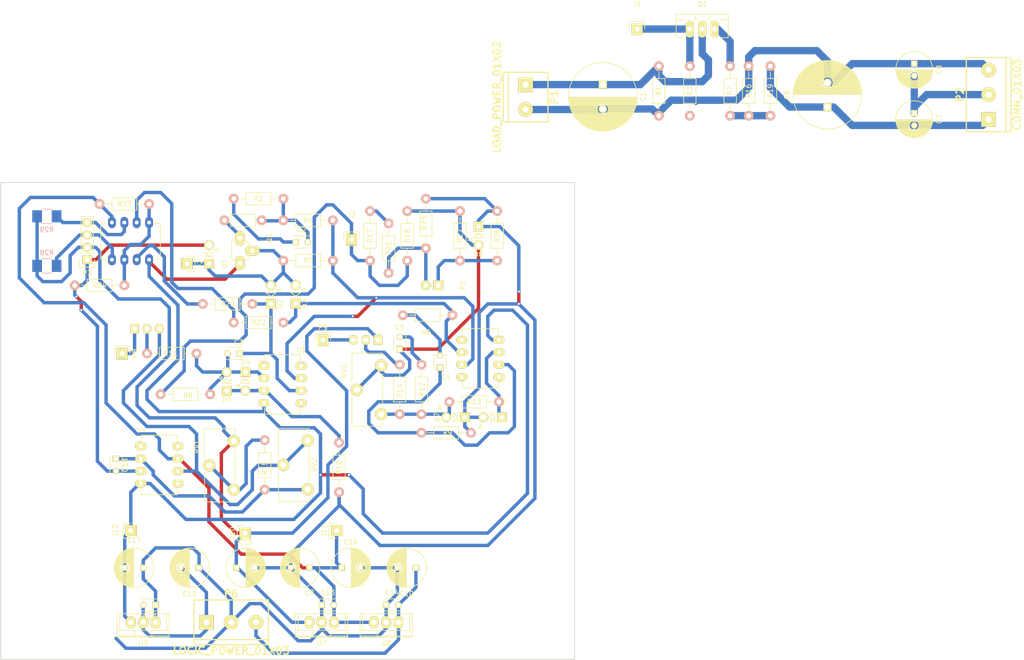
<source format=kicad_pcb>
(kicad_pcb (version 20160815) (host pcbnew no-vcs-found-7432~57~ubuntu16.10.1)
  (layers (0 F.Cu signal) (31 B.Cu signal) (34 B.Paste user) (35 F.Paste user) (36 B.SilkS user) (37 F.SilkS user) (38 B.Mask user) (39 F.Mask user) (44 Edge.Cuts user))
  (net 0 "")
  (net 1 /-OUTPUT)
  (net 2 "Net-(C1-Pad1)")
  (net 3 "Net-(C2-Pad1)")
  (net 4 "Net-(C2-Pad2)")
  (net 5 "Net-(C3-Pad2)")
  (net 6 "Net-(C4-Pad1)")
  (net 7 "Net-(C4-Pad2)")
  (net 8 "Net-(C5-Pad2)")
  (net 9 GND)
  (net 10 Earth)
  (net 11 "Net-(C10-Pad1)")
  (net 12 "Net-(C11-Pad2)")
  (net 13 +5V)
  (net 14 +12VA)
  (net 15 -12VA)
  (net 16 "Net-(D1-Pad1)")
  (net 17 "Net-(D4-Pad2)")
  (net 18 "Net-(D6-Pad1)")
  (net 19 "Net-(D7-Pad2)")
  (net 20 /CC_INDICATOR)
  (net 21 /CV_INDICATOR)
  (net 22 "Net-(J1-Pad1)")
  (net 23 "Net-(J3-Pad1)")
  (net 24 /CURREN_MES)
  (net 25 /VOLTAGE_LIMIT)
  (net 26 /VOLTAGE_MES)
  (net 27 "Net-(L1-Pad2)")
  (net 28 "Net-(Q1-Pad3)")
  (net 29 "Net-(R16-Pad2)")
  (net 30 "Net-(R20-Pad2)")
  (net 31 "Net-(R22-Pad2)")
  (net 32 "Net-(R23-Pad1)")
  (net 33 "Net-(C18-Pad1)")
  (net 34 "Net-(P4-Pad2)")
  (net 35 "Net-(P7-Pad2)")
  (net 36 /AN_CREF)
  (net 37 "Net-(R15-Pad2)")
  (net 38 /CURRENT_LIMIT)
  (net 39 /CC_SENSE)
  (net 40 /CV_SENSE)
  (net 41 "Net-(U1-Pad1)")
  (net 42 "Net-(U1-Pad5)")
  (net 43 "Net-(U2-Pad1)")
  (net 44 "Net-(U2-Pad5)")
  (net 45 "Net-(U4-Pad1)")
  (net 46 "Net-(U4-Pad5)")
  (module Capacitors_ThroughHole:C_Radial_D8_L21_P3.8 (layer F.Cu) (at 131.582 131.075432)
    (fp_text reference C16 (at 1.9 -5.3) (layer F.SilkS))
    (fp_text value 470u)
    (pad 1 thru_hole rect (at 0 0) (size 1.3 1.3) (drill 0.8) (layers *.Cu *.Mask F.SilkS) (net 14 +12VA))
    (pad 2 thru_hole circle (at 3.8 0) (size 1.3 1.3) (drill 0.8) (layers *.Cu *.Mask F.SilkS) (net 9 GND))
  )
  (module Capacitors_ThroughHole:C_Radial_D8_L21_P3.8 (layer F.Cu) (at 90.932 131.075432 180)
    (fp_text reference C17 (at 1.9 5.715 180) (layer F.SilkS))
    (fp_text value 470u)
    (pad 1 thru_hole rect (at 0 0 180) (size 1.3 1.3) (drill 0.8) (layers *.Cu *.Mask F.SilkS) (net 9 GND))
    (pad 2 thru_hole circle (at 3.8 0 180) (size 1.3 1.3) (drill 0.8) (layers *.Cu *.Mask F.SilkS) (net 15 -12VA))
  )
  (module Resistors_ThroughHole:Resistor_Horizontal_RM10mm (layer F.Cu) (at 145.034 57.912 270)
    (fp_text reference R18 (at 5.08 0 270) (layer F.SilkS))
    (fp_text value R)
    (pad 1 thru_hole circle (at 0 0 270) (size 1.99898 1.99898) (drill 1.00076) (layers *.Cu *.SilkS *.Mask) (net 1 /-OUTPUT))
    (pad 2 thru_hole circle (at 10.16 0 270) (size 1.99898 1.99898) (drill 1.00076) (layers *.Cu *.SilkS *.Mask) (net 23 "Net-(J3-Pad1)"))
  )
  (module Potentiometers:Potentiometer_Trimmer-Piher-PT15-h5_vertical (layer F.Cu) (at 109.474 115.062 90)
    (fp_text reference RV1 (at 8.81126 -7.57936 90) (layer F.SilkS))
    (fp_text value POT)
    (pad 2 thru_hole circle (at 5.00126 -4.99872 90) (size 2.49936 2.49936) (drill 1.30048) (layers *.Cu *.Mask F.SilkS) (net 37 "Net-(R15-Pad2)"))
    (pad 3 thru_hole circle (at 10.00252 0 90) (size 2.49936 2.49936) (drill 1.30048) (layers *.Cu *.Mask F.SilkS) (net 13 +5V))
    (pad 1 thru_hole circle (at 0 0 90) (size 2.49936 2.49936) (drill 1.30048) (layers *.Cu *.Mask F.SilkS) (net 37 "Net-(R15-Pad2)"))
  )
  (module Pin_Headers:Pin_Header_Straight_1x01 (layer F.Cu) (at 127.762 84.328)
    (fp_text reference P9 (at 0 -2.54) (layer F.SilkS))
    (fp_text value CONN_01X01)
    (pad 1 thru_hole rect (at 0 0) (size 2.2352 2.2352) (drill 1.016) (layers *.Cu *.Mask F.SilkS) (net 25 /VOLTAGE_LIMIT))
  )
  (module Pin_Headers:Pin_Header_Straight_1x01 (layer F.Cu) (at 86.614 87.122)
    (fp_text reference P8 (at 2.54 0 90) (layer F.SilkS))
    (fp_text value CONN_01X01)
    (pad 1 thru_hole rect (at 0 0) (size 2.2352 2.2352) (drill 1.016) (layers *.Cu *.Mask F.SilkS) (net 38 /CURRENT_LIMIT))
  )
  (module Pin_Headers:Pin_Header_Straight_1x02 (layer F.Cu) (at 151.384 73.152 270)
    (fp_text reference P5 (at 0 -5.1 270) (layer F.SilkS))
    (fp_text value CONN_01X02)
    (pad 1 thru_hole rect (at 0 0 270) (size 2.032 2.032) (drill 1.016) (layers *.Cu *.Mask F.SilkS) (net 26 /VOLTAGE_MES))
    (pad 2 thru_hole oval (at 0 2.54 270) (size 2.032 2.032) (drill 1.016) (layers *.Cu *.Mask F.SilkS) (net 24 /CURREN_MES))
  )
  (module Capacitors_ThroughHole:C_Radial_D8_L21_P3.8 (layer F.Cu) (at 109.992 131.075432)
    (fp_text reference C15 (at 1.9 -5.3) (layer F.SilkS))
    (fp_text value 470u)
    (pad 1 thru_hole rect (at 0 0) (size 1.3 1.3) (drill 0.8) (layers *.Cu *.Mask F.SilkS) (net 13 +5V))
    (pad 2 thru_hole circle (at 3.8 0) (size 1.3 1.3) (drill 0.8) (layers *.Cu *.Mask F.SilkS) (net 9 GND))
  )
  (module Capacitors_ThroughHole:C_Disc_D3_P2.5 (layer F.Cu) (at 122.174 64.262)
    (fp_text reference C2 (at 1.25 -2.5) (layer F.SilkS))
    (fp_text value C_Small)
    (pad 1 thru_hole rect (at 0 0) (size 1.3 1.3) (drill 0.8) (layers *.Cu *.Mask F.SilkS) (net 3 "Net-(C2-Pad1)"))
    (pad 2 thru_hole circle (at 2.5 0) (size 1.3 1.3) (drill 0.8001) (layers *.Cu *.Mask F.SilkS) (net 4 "Net-(C2-Pad2)"))
  )
  (module Resistors_ThroughHole:Resistor_Horizontal_RM10mm (layer F.Cu) (at 137.414 68.072 90)
    (fp_text reference R17 (at 5.08 0 90) (layer F.SilkS))
    (fp_text value R)
    (pad 1 thru_hole circle (at 0 0 90) (size 1.99898 1.99898) (drill 1.00076) (layers *.Cu *.SilkS *.Mask) (net 23 "Net-(J3-Pad1)"))
    (pad 2 thru_hole circle (at 10.16 0 90) (size 1.99898 1.99898) (drill 1.00076) (layers *.Cu *.SilkS *.Mask) (net 29 "Net-(R16-Pad2)"))
  )
  (module Housings_DIP:DIP-8_W7.62mm_LongPads (layer F.Cu) (at 90.424 106.172)
    (fp_text reference U4 (at -0.028458 -3.373134) (layer F.SilkS))
    (fp_text value LM741)
    (pad 1 thru_hole oval (at 0 0) (size 2.3 1.6) (drill 0.8) (layers *.Cu *.Mask F.SilkS) (net 45 "Net-(U4-Pad1)"))
    (pad 2 thru_hole oval (at 0 2.54) (size 2.3 1.6) (drill 0.8) (layers *.Cu *.Mask F.SilkS) (net 33 "Net-(C18-Pad1)"))
    (pad 3 thru_hole oval (at 0 5.08) (size 2.3 1.6) (drill 0.8) (layers *.Cu *.Mask F.SilkS) (net 9 GND))
    (pad 4 thru_hole oval (at 0 7.62) (size 2.3 1.6) (drill 0.8) (layers *.Cu *.Mask F.SilkS) (net 15 -12VA))
    (pad 5 thru_hole oval (at 7.62 7.62) (size 2.3 1.6) (drill 0.8) (layers *.Cu *.Mask F.SilkS) (net 46 "Net-(U4-Pad5)"))
    (pad 6 thru_hole oval (at 7.62 5.08) (size 2.3 1.6) (drill 0.8) (layers *.Cu *.Mask F.SilkS) (net 36 /AN_CREF))
    (pad 7 thru_hole oval (at 7.62 2.54) (size 2.3 1.6) (drill 0.8) (layers *.Cu *.Mask F.SilkS) (net 14 +12VA))
    (pad 8 thru_hole oval (at 7.62 0) (size 2.3 1.6) (drill 0.8) (layers *.Cu *.Mask F.SilkS))
  )
  (module Capacitors_ThroughHole:C_Radial_D8_L21_P3.8 (layer F.Cu) (at 102.362 131.075432 180)
    (fp_text reference C11 (at 1.9 -5.3 180) (layer F.SilkS))
    (fp_text value 470u)
    (pad 1 thru_hole rect (at 0 0 180) (size 1.3 1.3) (drill 0.8) (layers *.Cu *.Mask F.SilkS) (net 9 GND))
    (pad 2 thru_hole circle (at 3.8 0 180) (size 1.3 1.3) (drill 0.8) (layers *.Cu *.Mask F.SilkS) (net 12 "Net-(C11-Pad2)"))
  )
  (module Power_Integrations:TO-220 (layer F.Cu) (at 90.920568 142.251432 180)
    (fp_text reference U9 (at 0 -4.318 180) (layer F.SilkS))
    (fp_text value LM7912CT)
    (pad 2 thru_hole oval (at 0 0 180) (size 2.032 2.54) (drill 1.143) (layers *.Cu *.Mask F.SilkS) (net 12 "Net-(C11-Pad2)"))
    (pad 3 thru_hole oval (at 2.54 0 180) (size 2.032 2.54) (drill 1.143) (layers *.Cu *.Mask F.SilkS) (net 15 -12VA))
    (pad 1 thru_hole oval (at -2.54 0 180) (size 2.032 2.54) (drill 1.143) (layers *.Cu *.Mask F.SilkS) (net 9 GND))
  )
  (module w_conn_screw:mors_3p (layer F.Cu) (at 108.954568 142.251432)
    (fp_text reference P6 (at 0 -5.842) (layer F.SilkS) (effects (font (thickness 0.3048))))
    (fp_text value LOGIC_POWER_01X03 (at 0 5.842) (layer F.SilkS) (effects (font (thickness 0.3048))))
    (pad 1 thru_hole rect (at -5.08 0) (size 2.99974 2.99974) (drill 1.24968) (layers *.Cu *.Mask F.SilkS) (net 12 "Net-(C11-Pad2)"))
    (pad 2 thru_hole circle (at 0 0) (size 2.99974 2.99974) (drill 1.24968) (layers *.Cu *.Mask F.SilkS) (net 9 GND))
    (pad 3 thru_hole circle (at 5.08 0) (size 2.99974 2.99974) (drill 1.24968) (layers *.Cu *.Mask F.SilkS) (net 11 "Net-(C10-Pad1)"))
  )
  (module Power_Integrations:TO-220 (layer F.Cu) (at 140.704568 142.251432 180)
    (fp_text reference U8 (at 0 -4.318 180) (layer F.SilkS))
    (fp_text value LM7812CT)
    (pad 2 thru_hole oval (at 0 0 180) (size 2.032 2.54) (drill 1.143) (layers *.Cu *.Mask F.SilkS) (net 9 GND))
    (pad 3 thru_hole oval (at 2.54 0 180) (size 2.032 2.54) (drill 1.143) (layers *.Cu *.Mask F.SilkS) (net 14 +12VA))
    (pad 1 thru_hole oval (at -2.54 0 180) (size 2.032 2.54) (drill 1.143) (layers *.Cu *.Mask F.SilkS) (net 11 "Net-(C10-Pad1)"))
  )
  (module Power_Integrations:TO-220 (layer F.Cu) (at 127.496568 142.251432 180)
    (fp_text reference U7 (at 0 -4.318 180) (layer F.SilkS))
    (fp_text value LM7805CT)
    (pad 2 thru_hole oval (at 0 0 180) (size 2.032 2.54) (drill 1.143) (layers *.Cu *.Mask F.SilkS) (net 9 GND))
    (pad 3 thru_hole oval (at 2.54 0 180) (size 2.032 2.54) (drill 1.143) (layers *.Cu *.Mask F.SilkS) (net 13 +5V))
    (pad 1 thru_hole oval (at -2.54 0 180) (size 2.032 2.54) (drill 1.143) (layers *.Cu *.Mask F.SilkS) (net 14 +12VA))
  )
  (module Housings_DIP:DIP-8_W7.62mm_LongPads (layer F.Cu) (at 115.6716 89.662)
    (fp_text reference U1 (at 7.62 -3.302) (layer F.SilkS))
    (fp_text value LM741)
    (pad 1 thru_hole oval (at 0 0) (size 2.3 1.6) (drill 0.8) (layers *.Cu *.Mask F.SilkS) (net 41 "Net-(U1-Pad1)"))
    (pad 2 thru_hole oval (at 0 2.54) (size 2.3 1.6) (drill 0.8) (layers *.Cu *.Mask F.SilkS) (net 5 "Net-(C3-Pad2)"))
    (pad 3 thru_hole oval (at 0 5.08) (size 2.3 1.6) (drill 0.8) (layers *.Cu *.Mask F.SilkS) (net 17 "Net-(D4-Pad2)"))
    (pad 4 thru_hole oval (at 0 7.62) (size 2.3 1.6) (drill 0.8) (layers *.Cu *.Mask F.SilkS) (net 15 -12VA))
    (pad 5 thru_hole oval (at 7.62 7.62) (size 2.3 1.6) (drill 0.8) (layers *.Cu *.Mask F.SilkS) (net 42 "Net-(U1-Pad5)"))
    (pad 6 thru_hole oval (at 7.62 5.08) (size 2.3 1.6) (drill 0.8) (layers *.Cu *.Mask F.SilkS) (net 39 /CC_SENSE))
    (pad 7 thru_hole oval (at 7.62 2.54) (size 2.3 1.6) (drill 0.8) (layers *.Cu *.Mask F.SilkS) (net 14 +12VA))
    (pad 8 thru_hole oval (at 7.62 0) (size 2.3 1.6) (drill 0.8) (layers *.Cu *.Mask F.SilkS))
  )
  (module Capacitors_ThroughHole:C_Radial_D14_L31.5_P5 (layer F.Cu) (at 185.116 31.974 270)
    (fp_text reference C1 (at 2.5 -8.3 270) (layer F.SilkS))
    (fp_text value CP1_Small)
    (pad 2 thru_hole circle (at 5 0 270) (size 1.7 1.7) (drill 1.2) (layers *.Cu *.Mask F.SilkS) (net 1 /-OUTPUT))
    (pad 1 thru_hole rect (at 0 0 270) (size 1.7 1.7) (drill 1.2) (layers *.Cu *.Mask F.SilkS) (net 2 "Net-(C1-Pad1)"))
  )
  (module Capacitors_ThroughHole:C_Radial_D14_L31.5_P5 (layer F.Cu) (at 231.156 36.574 90)
    (fp_text reference C6 (at 2.5 -8.3 90) (layer F.SilkS))
    (fp_text value CP1_Small)
    (pad 2 thru_hole circle (at 5 0 90) (size 1.7 1.7) (drill 1.2) (layers *.Cu *.Mask F.SilkS) (net 1 /-OUTPUT))
    (pad 1 thru_hole rect (at 0 0 90) (size 1.7 1.7) (drill 1.2) (layers *.Cu *.Mask F.SilkS) (net 9 GND))
  )
  (module Capacitors_ThroughHole:C_Radial_D7.5_L11.2_P2.5 (layer F.Cu) (at 248.936 37.844 270)
    (fp_text reference C7 (at 1.25 -5.1 270) (layer F.SilkS))
    (fp_text value C_Small)
    (pad 2 thru_hole circle (at 2.5 0 270) (size 1.3 1.3) (drill 0.8) (layers *.Cu *.Mask F.SilkS) (net 9 GND))
    (pad 1 thru_hole rect (at 0 0 270) (size 1.3 1.3) (drill 0.8) (layers *.Cu *.Mask F.SilkS) (net 10 Earth))
  )
  (module Capacitors_ThroughHole:C_Radial_D7.5_L11.2_P2.5 (layer F.Cu) (at 248.936 27.684 270)
    (fp_text reference C8 (at 1.25 -5.1 270) (layer F.SilkS))
    (fp_text value C_Small)
    (pad 2 thru_hole circle (at 2.5 0 270) (size 1.3 1.3) (drill 0.8) (layers *.Cu *.Mask F.SilkS) (net 10 Earth))
    (pad 1 thru_hole rect (at 0 0 270) (size 1.3 1.3) (drill 0.8) (layers *.Cu *.Mask F.SilkS) (net 1 /-OUTPUT))
  )
  (module Capacitors_ThroughHole:C_Radial_D8_L21_P3.8 (layer F.Cu) (at 124.956568 131.075432 180)
    (fp_text reference C9 (at 0 -5.08 180) (layer F.SilkS))
    (fp_text value 470u)
    (pad 1 thru_hole rect (at 0 0 180) (size 1.3 1.3) (drill 0.8) (layers *.Cu *.Mask F.SilkS) (net 14 +12VA))
    (pad 2 thru_hole circle (at 3.8 0 180) (size 1.3 1.3) (drill 0.8) (layers *.Cu *.Mask F.SilkS) (net 9 GND))
  )
  (module Capacitors_ThroughHole:C_Radial_D8_L21_P3.8 (layer F.Cu) (at 146.812 131.075432 180)
    (fp_text reference C10 (at 1.9 -5.3 180) (layer F.SilkS))
    (fp_text value 470u)
    (pad 1 thru_hole rect (at 0 0 180) (size 1.3 1.3) (drill 0.8) (layers *.Cu *.Mask F.SilkS) (net 11 "Net-(C10-Pad1)"))
    (pad 2 thru_hole circle (at 3.8 0 180) (size 1.3 1.3) (drill 0.8) (layers *.Cu *.Mask F.SilkS) (net 9 GND))
  )
  (module Diodes_ThroughHole:Diode_DO-41_SOD81_Vertical_AnodeUp (layer F.Cu) (at 104.394 68.707 90)
    (fp_text reference D1 (at 0 3.175 90) (layer F.SilkS))
    (fp_text value D_Small)
    (fp_text user A (at 2.794 1.651 90) (layer F.SilkS))
    (pad 2 thru_hole circle (at 3.81 0 90) (size 1.99898 1.99898) (drill 1.27) (layers *.Cu *.Mask F.SilkS) (net 9 GND))
    (pad 1 thru_hole rect (at 0 0 90) (size 1.99898 1.99898) (drill 1.00076) (layers *.Cu *.Mask F.SilkS) (net 16 "Net-(D1-Pad1)"))
  )
  (module Diodes_ThroughHole:Diode_DO-41_SOD81_Vertical_AnodeUp (layer F.Cu) (at 117.094 76.962 90)
    (fp_text reference D2 (at 0 1.905 90) (layer F.SilkS))
    (fp_text value D_Small)
    (fp_text user A (at 2.794 1.651 90) (layer F.SilkS))
    (pad 2 thru_hole circle (at 3.81 0 90) (size 1.99898 1.99898) (drill 1.27) (layers *.Cu *.Mask F.SilkS) (net 16 "Net-(D1-Pad1)"))
    (pad 1 thru_hole rect (at 0 0 90) (size 1.99898 1.99898) (drill 1.00076) (layers *.Cu *.Mask F.SilkS) (net 39 /CC_SENSE))
  )
  (module Diodes_ThroughHole:Diode_DO-41_SOD81_Vertical_AnodeUp (layer F.Cu) (at 122.174 76.8915 90)
    (fp_text reference D3 (at 0 1.905 90) (layer F.SilkS))
    (fp_text value D_Small)
    (fp_text user A (at 2.794 1.651 90) (layer F.SilkS))
    (pad 2 thru_hole circle (at 3.81 0 90) (size 1.99898 1.99898) (drill 1.27) (layers *.Cu *.Mask F.SilkS) (net 16 "Net-(D1-Pad1)"))
    (pad 1 thru_hole rect (at 0 0 90) (size 1.99898 1.99898) (drill 1.00076) (layers *.Cu *.Mask F.SilkS) (net 40 /CV_SENSE))
  )
  (module Diodes_ThroughHole:Diode_DO-41_SOD81_Vertical_AnodeUp (layer F.Cu) (at 111.8616 90.932 270)
    (fp_text reference D4 (at -2.032 0) (layer F.SilkS))
    (fp_text value D_Small)
    (fp_text user A (at 2.794 1.524 270) (layer F.SilkS))
    (pad 2 thru_hole circle (at 3.81 0 270) (size 1.99898 1.99898) (drill 1.27) (layers *.Cu *.Mask F.SilkS) (net 17 "Net-(D4-Pad2)"))
    (pad 1 thru_hole rect (at 0 0 270) (size 1.99898 1.99898) (drill 1.00076) (layers *.Cu *.Mask F.SilkS) (net 5 "Net-(C3-Pad2)"))
  )
  (module Diodes_ThroughHole:Diode_DO-41_SOD81_Vertical_AnodeUp (layer F.Cu) (at 108.0516 94.742 90)
    (fp_text reference D5 (at -1.778 0 180) (layer F.SilkS))
    (fp_text value D_Small)
    (fp_text user A (at 2.54 -1.27 90) (layer F.SilkS))
    (pad 2 thru_hole circle (at 3.81 0 90) (size 1.99898 1.99898) (drill 1.27) (layers *.Cu *.Mask F.SilkS) (net 5 "Net-(C3-Pad2)"))
    (pad 1 thru_hole rect (at 0 0 90) (size 1.99898 1.99898) (drill 1.00076) (layers *.Cu *.Mask F.SilkS) (net 17 "Net-(D4-Pad2)"))
  )
  (module Diodes_ThroughHole:Diode_DO-41_SOD81_Vertical_AnodeUp (layer F.Cu) (at 164.453612 100.207486 180)
    (fp_text reference D6 (at 0 3.175 180) (layer F.SilkS))
    (fp_text value D_Small)
    (fp_text user A (at 4.445 -1.905 180) (layer F.SilkS))
    (pad 2 thru_hole circle (at 3.81 0 180) (size 1.99898 1.99898) (drill 1.27) (layers *.Cu *.Mask F.SilkS) (net 9 GND))
    (pad 1 thru_hole rect (at 0 0 180) (size 1.99898 1.99898) (drill 1.00076) (layers *.Cu *.Mask F.SilkS) (net 18 "Net-(D6-Pad1)"))
  )
  (module Diodes_ThroughHole:Diode_DO-41_SOD81_Vertical_AnodeUp (layer F.Cu) (at 156.833612 100.207486 180)
    (fp_text reference D7 (at 5.715 0 270) (layer F.SilkS))
    (fp_text value D_Small)
    (fp_text user A (at 5.08 1.905 180) (layer F.SilkS))
    (pad 2 thru_hole circle (at 3.81 0 180) (size 1.99898 1.99898) (drill 1.27) (layers *.Cu *.Mask F.SilkS) (net 19 "Net-(D7-Pad2)"))
    (pad 1 thru_hole rect (at 0 0 180) (size 1.99898 1.99898) (drill 1.00076) (layers *.Cu *.Mask F.SilkS) (net 9 GND))
  )
  (module Diodes_ThroughHole:Diode_DO-41_SOD81_Vertical_AnodeUp (layer F.Cu) (at 159.639 61.087 270)
    (fp_text reference D8 (at 5.715 0) (layer F.SilkS))
    (fp_text value D_Small)
    (fp_text user A (at 2.794 1.651 270) (layer F.SilkS))
    (pad 2 thru_hole circle (at 3.81 0 270) (size 1.99898 1.99898) (drill 1.27) (layers *.Cu *.Mask F.SilkS) (net 1 /-OUTPUT))
    (pad 1 thru_hole rect (at 0 0 270) (size 1.99898 1.99898) (drill 1.00076) (layers *.Cu *.Mask F.SilkS) (net 9 GND))
  )
  (module Pin_Headers:Pin_Header_Straight_1x01 (layer F.Cu) (at 192.151 20.574)
    (fp_text reference J1 (at 0 -5.1) (layer F.SilkS))
    (fp_text value TP6)
    (pad 1 thru_hole rect (at 0 0) (size 2.2352 2.2352) (drill 1.016) (layers *.Cu *.Mask F.SilkS) (net 22 "Net-(J1-Pad1)"))
  )
  (module Pin_Headers:Pin_Header_Straight_1x01 (layer F.Cu) (at 133.604 63.754)
    (fp_text reference J3 (at 0 -5.1) (layer F.SilkS))
    (fp_text value TP7)
    (pad 1 thru_hole rect (at 0 0) (size 2.2352 2.2352) (drill 1.016) (layers *.Cu *.Mask F.SilkS) (net 23 "Net-(J3-Pad1)"))
  )
  (module Pin_Headers:Pin_Header_Straight_1x01 (layer F.Cu) (at 111.748568 123.963432 90)
    (fp_text reference J10 (at 0 -2.54 270) (layer F.SilkS))
    (fp_text value TP1)
    (pad 1 thru_hole rect (at 0 0 90) (size 2.2352 2.2352) (drill 1.016) (layers *.Cu *.Mask F.SilkS) (net 13 +5V))
  )
  (module Pin_Headers:Pin_Header_Straight_1x01 (layer F.Cu) (at 130.544568 123.455432 90)
    (fp_text reference J11 (at 0 -2.54 270) (layer F.SilkS))
    (fp_text value TP2)
    (pad 1 thru_hole rect (at 0 0 90) (size 2.2352 2.2352) (drill 1.016) (layers *.Cu *.Mask F.SilkS) (net 14 +12VA))
  )
  (module Pin_Headers:Pin_Header_Straight_1x01 (layer F.Cu) (at 88.380568 123.455432 90)
    (fp_text reference J12 (at 0 -3.175 90) (layer F.SilkS))
    (fp_text value TP3)
    (pad 1 thru_hole rect (at 0 0 90) (size 2.2352 2.2352) (drill 1.016) (layers *.Cu *.Mask F.SilkS) (net 15 -12VA))
  )
  (module Resistors_ThroughHole:Resistor_Horizontal_RM10mm (layer F.Cu) (at 196.596 28.194 270)
    (fp_text reference R1 (at 5.08 0 270) (layer F.SilkS))
    (fp_text value R)
    (pad 1 thru_hole circle (at 0 0 270) (size 1.99898 1.99898) (drill 1.00076) (layers *.Cu *.SilkS *.Mask) (net 2 "Net-(C1-Pad1)"))
    (pad 2 thru_hole circle (at 10.16 0 270) (size 1.99898 1.99898) (drill 1.00076) (layers *.Cu *.SilkS *.Mask) (net 1 /-OUTPUT))
  )
  (module Resistors_ThroughHole:Resistor_Horizontal_RM10mm (layer F.Cu) (at 109.474 55.372)
    (fp_text reference R2 (at 5.08 0) (layer F.SilkS))
    (fp_text value R)
    (pad 1 thru_hole circle (at 0 0) (size 1.99898 1.99898) (drill 1.00076) (layers *.Cu *.SilkS *.Mask) (net 3 "Net-(C2-Pad1)"))
    (pad 2 thru_hole circle (at 10.16 0) (size 1.99898 1.99898) (drill 1.00076) (layers *.Cu *.SilkS *.Mask) (net 4 "Net-(C2-Pad2)"))
  )
  (module Resistors_ThroughHole:Resistor_Horizontal_RM10mm (layer F.Cu) (at 202.946 38.354 90)
    (fp_text reference R3 (at 5.08 0 90) (layer F.SilkS))
    (fp_text value R)
    (pad 1 thru_hole circle (at 0 0 90) (size 1.99898 1.99898) (drill 1.00076) (layers *.Cu *.SilkS *.Mask) (net 3 "Net-(C2-Pad1)"))
    (pad 2 thru_hole circle (at 10.16 0 90) (size 1.99898 1.99898) (drill 1.00076) (layers *.Cu *.SilkS *.Mask) (net 22 "Net-(J1-Pad1)"))
  )
  (module Resistors_ThroughHole:Resistor_Horizontal_RM10mm (layer F.Cu) (at 129.794 59.817 180)
    (fp_text reference R4 (at 5.08 0 180) (layer F.SilkS))
    (fp_text value R)
    (pad 1 thru_hole circle (at 0 0 180) (size 1.99898 1.99898) (drill 1.00076) (layers *.Cu *.SilkS *.Mask) (net 14 +12VA))
    (pad 2 thru_hole circle (at 10.16 0 180) (size 1.99898 1.99898) (drill 1.00076) (layers *.Cu *.SilkS *.Mask) (net 4 "Net-(C2-Pad2)"))
  )
  (module Resistors_ThroughHole:Resistor_Horizontal_RM10mm (layer F.Cu) (at 119.634 68.072)
    (fp_text reference R5 (at 5.08 0) (layer F.SilkS))
    (fp_text value R)
    (pad 1 thru_hole circle (at 0 0) (size 1.99898 1.99898) (drill 1.00076) (layers *.Cu *.SilkS *.Mask) (net 16 "Net-(D1-Pad1)"))
    (pad 2 thru_hole circle (at 10.16 0) (size 1.99898 1.99898) (drill 1.00076) (layers *.Cu *.SilkS *.Mask) (net 14 +12VA))
  )
  (module Resistors_ThroughHole:Resistor_Horizontal_RM10mm (layer F.Cu) (at 154.293612 79.252486 180)
    (fp_text reference R6 (at 5.32892 -3.50012 180) (layer F.SilkS))
    (fp_text value R)
    (pad 1 thru_hole circle (at 0 0 180) (size 1.99898 1.99898) (drill 1.00076) (layers *.Cu *.SilkS *.Mask) (net 40 /CV_SENSE))
    (pad 2 thru_hole circle (at 10.16 0 180) (size 1.99898 1.99898) (drill 1.00076) (layers *.Cu *.SilkS *.Mask) (net 7 "Net-(C4-Pad2)"))
  )
  (module Resistors_ThroughHole:Resistor_Horizontal_RM10mm (layer F.Cu) (at 211.201 38.354 90)
    (fp_text reference R7 (at 5.08 0 90) (layer F.SilkS))
    (fp_text value R)
    (pad 1 thru_hole circle (at 0 0 90) (size 1.99898 1.99898) (drill 1.00076) (layers *.Cu *.SilkS *.Mask) (net 29 "Net-(R16-Pad2)"))
    (pad 2 thru_hole circle (at 10.16 0 90) (size 1.99898 1.99898) (drill 1.00076) (layers *.Cu *.SilkS *.Mask) (net 28 "Net-(Q1-Pad3)"))
  )
  (module Resistors_ThroughHole:Resistor_Horizontal_RM10mm (layer F.Cu) (at 94.488 95.504)
    (fp_text reference R8 (at 5.588 0.254) (layer F.SilkS))
    (fp_text value R)
    (pad 1 thru_hole circle (at 0 0) (size 1.99898 1.99898) (drill 1.00076) (layers *.Cu *.SilkS *.Mask) (net 23 "Net-(J3-Pad1)"))
    (pad 2 thru_hole circle (at 10.16 0) (size 1.99898 1.99898) (drill 1.00076) (layers *.Cu *.SilkS *.Mask) (net 5 "Net-(C3-Pad2)"))
  )
  (module Resistors_ThroughHole:Resistor_Horizontal_RM10mm (layer F.Cu) (at 147.943612 103.382486)
    (fp_text reference R9 (at 5.32892 0) (layer F.SilkS))
    (fp_text value R)
    (pad 1 thru_hole circle (at 0 0) (size 1.99898 1.99898) (drill 1.00076) (layers *.Cu *.SilkS *.Mask) (net 6 "Net-(C4-Pad1)"))
    (pad 2 thru_hole circle (at 10.16 0) (size 1.99898 1.99898) (drill 1.00076) (layers *.Cu *.SilkS *.Mask) (net 9 GND))
  )
  (module Resistors_ThroughHole:Resistor_Horizontal_RM10mm (layer F.Cu) (at 131.064 115.57 90)
    (fp_text reference R10 (at 5.08 0 90) (layer F.SilkS))
    (fp_text value R)
    (pad 1 thru_hole circle (at 0 0 90) (size 1.99898 1.99898) (drill 1.00076) (layers *.Cu *.SilkS *.Mask) (net 9 GND))
    (pad 2 thru_hole circle (at 10.16 0 90) (size 1.99898 1.99898) (drill 1.00076) (layers *.Cu *.SilkS *.Mask) (net 17 "Net-(D4-Pad2)"))
  )
  (module Resistors_ThroughHole:Resistor_Horizontal_RM10mm (layer F.Cu) (at 101.854 87.122 180)
    (fp_text reference R11 (at 5.334 0 180) (layer F.SilkS))
    (fp_text value R)
    (pad 1 thru_hole circle (at 0 0 180) (size 1.99898 1.99898) (drill 1.00076) (layers *.Cu *.SilkS *.Mask) (net 5 "Net-(C3-Pad2)"))
    (pad 2 thru_hole circle (at 10.16 0 180) (size 1.99898 1.99898) (drill 1.00076) (layers *.Cu *.SilkS *.Mask) (net 35 "Net-(P7-Pad2)"))
  )
  (module Resistors_ThroughHole:Resistor_Horizontal_RM10mm (layer F.Cu) (at 147.943612 89.412486 270)
    (fp_text reference R12 (at 5.08 -0.127 270) (layer F.SilkS))
    (fp_text value R)
    (pad 1 thru_hole circle (at 0 0 270) (size 1.99898 1.99898) (drill 1.00076) (layers *.Cu *.SilkS *.Mask) (net 8 "Net-(C5-Pad2)"))
    (pad 2 thru_hole circle (at 10.16 0 270) (size 1.99898 1.99898) (drill 1.00076) (layers *.Cu *.SilkS *.Mask) (net 19 "Net-(D7-Pad2)"))
  )
  (module Resistors_ThroughHole:Resistor_Horizontal_RM10mm (layer F.Cu) (at 163.818612 97.032486 180)
    (fp_text reference R13 (at 5.08 0 180) (layer F.SilkS))
    (fp_text value R)
    (pad 1 thru_hole circle (at 0 0 180) (size 1.99898 1.99898) (drill 1.00076) (layers *.Cu *.SilkS *.Mask) (net 18 "Net-(D6-Pad1)"))
    (pad 2 thru_hole circle (at 10.16 0 180) (size 1.99898 1.99898) (drill 1.00076) (layers *.Cu *.SilkS *.Mask) (net 19 "Net-(D7-Pad2)"))
  )
  (module Resistors_ThroughHole:Resistor_Horizontal_RM10mm (layer F.Cu) (at 143.498612 89.412486 270)
    (fp_text reference R14 (at 5.32892 0 270) (layer F.SilkS))
    (fp_text value R)
    (pad 1 thru_hole circle (at 0 0 270) (size 1.99898 1.99898) (drill 1.00076) (layers *.Cu *.SilkS *.Mask) (net 34 "Net-(P4-Pad2)"))
    (pad 2 thru_hole circle (at 10.16 0 270) (size 1.99898 1.99898) (drill 1.00076) (layers *.Cu *.SilkS *.Mask) (net 19 "Net-(D7-Pad2)"))
  )
  (module Resistors_ThroughHole:Resistor_Horizontal_RM10mm (layer F.Cu) (at 215.011 28.194 270)
    (fp_text reference R16 (at 5.08 0 270) (layer F.SilkS))
    (fp_text value R)
    (pad 1 thru_hole circle (at 0 0 270) (size 1.99898 1.99898) (drill 1.00076) (layers *.Cu *.SilkS *.Mask) (net 1 /-OUTPUT))
    (pad 2 thru_hole circle (at 10.16 0 270) (size 1.99898 1.99898) (drill 1.00076) (layers *.Cu *.SilkS *.Mask) (net 29 "Net-(R16-Pad2)"))
  )
  (module Resistors_ThroughHole:Resistor_Horizontal_RM10mm (layer F.Cu) (at 219.456 38.354 90)
    (fp_text reference R19 (at 5.08 0 90) (layer F.SilkS))
    (fp_text value R)
    (pad 1 thru_hole circle (at 0 0 90) (size 1.99898 1.99898) (drill 1.00076) (layers *.Cu *.SilkS *.Mask) (net 29 "Net-(R16-Pad2)"))
    (pad 2 thru_hole circle (at 10.16 0 90) (size 1.99898 1.99898) (drill 1.00076) (layers *.Cu *.SilkS *.Mask) (net 9 GND))
  )
  (module Resistors_ThroughHole:Resistor_Horizontal_RM10mm (layer F.Cu) (at 113.284 76.962 180)
    (fp_text reference R20 (at 5.08 0 180) (layer F.SilkS))
    (fp_text value R)
    (pad 1 thru_hole circle (at 0 0 180) (size 1.99898 1.99898) (drill 1.00076) (layers *.Cu *.SilkS *.Mask) (net 39 /CC_SENSE))
    (pad 2 thru_hole circle (at 10.16 0 180) (size 1.99898 1.99898) (drill 1.00076) (layers *.Cu *.SilkS *.Mask) (net 30 "Net-(R20-Pad2)"))
  )
  (module Resistors_ThroughHole:Resistor_Horizontal_RM10mm (layer F.Cu) (at 141.224 70.612 90)
    (fp_text reference R21 (at 5.08 0 90) (layer F.SilkS))
    (fp_text value R)
    (pad 1 thru_hole circle (at 0 0 90) (size 1.99898 1.99898) (drill 1.00076) (layers *.Cu *.SilkS *.Mask) (net 24 /CURREN_MES))
    (pad 2 thru_hole circle (at 10.16 0 90) (size 1.99898 1.99898) (drill 1.00076) (layers *.Cu *.SilkS *.Mask) (net 29 "Net-(R16-Pad2)"))
  )
  (module Resistors_ThroughHole:Resistor_Horizontal_RM10mm (layer F.Cu) (at 119.634 80.772 180)
    (fp_text reference R22 (at 5.08 0 180) (layer F.SilkS))
    (fp_text value R)
    (pad 1 thru_hole circle (at 0 0 180) (size 1.99898 1.99898) (drill 1.00076) (layers *.Cu *.SilkS *.Mask) (net 40 /CV_SENSE))
    (pad 2 thru_hole circle (at 10.16 0 180) (size 1.99898 1.99898) (drill 1.00076) (layers *.Cu *.SilkS *.Mask) (net 31 "Net-(R22-Pad2)"))
  )
  (module Resistors_ThroughHole:Resistor_Horizontal_RM10mm (layer F.Cu) (at 92.1315 56.4525 180)
    (fp_text reference R23 (at 5.08 0 180) (layer F.SilkS))
    (fp_text value R)
    (pad 1 thru_hole circle (at 0 0 180) (size 1.99898 1.99898) (drill 1.00076) (layers *.Cu *.SilkS *.Mask) (net 32 "Net-(R23-Pad1)"))
    (pad 2 thru_hole circle (at 10.16 0 180) (size 1.99898 1.99898) (drill 1.00076) (layers *.Cu *.SilkS *.Mask) (net 14 +12VA))
  )
  (module Resistors_ThroughHole:Resistor_Horizontal_RM10mm (layer F.Cu) (at 76.8915 73.152)
    (fp_text reference R24 (at 5.08 0) (layer F.SilkS))
    (fp_text value R)
    (pad 1 thru_hole circle (at 0 0) (size 1.99898 1.99898) (drill 1.00076) (layers *.Cu *.SilkS *.Mask) (net 9 GND))
    (pad 2 thru_hole circle (at 10.16 0) (size 1.99898 1.99898) (drill 1.00076) (layers *.Cu *.SilkS *.Mask) (net 32 "Net-(R23-Pad1)"))
  )
  (module Resistors_ThroughHole:Resistor_Horizontal_RM10mm (layer F.Cu) (at 148.844 65.532 90)
    (fp_text reference R25 (at 5.207 -0.381 90) (layer F.SilkS))
    (fp_text value R)
    (pad 1 thru_hole circle (at 0 0 90) (size 1.99898 1.99898) (drill 1.00076) (layers *.Cu *.SilkS *.Mask) (net 24 /CURREN_MES))
    (pad 2 thru_hole circle (at 10.16 0 90) (size 1.99898 1.99898) (drill 1.00076) (layers *.Cu *.SilkS *.Mask) (net 9 GND))
  )
  (module Resistors_ThroughHole:Resistor_Horizontal_RM10mm (layer F.Cu) (at 163.449 57.912 270)
    (fp_text reference R26 (at 5.08 0 270) (layer F.SilkS))
    (fp_text value R)
    (pad 1 thru_hole circle (at 0 0 270) (size 1.99898 1.99898) (drill 1.00076) (layers *.Cu *.SilkS *.Mask) (net 9 GND))
    (pad 2 thru_hole circle (at 10.16 0 270) (size 1.99898 1.99898) (drill 1.00076) (layers *.Cu *.SilkS *.Mask) (net 26 /VOLTAGE_MES))
  )
  (module Resistors_ThroughHole:Resistor_Horizontal_RM10mm (layer F.Cu) (at 155.829 68.072 90)
    (fp_text reference R27 (at 5.08 0 90) (layer F.SilkS))
    (fp_text value R)
    (pad 1 thru_hole circle (at 0 0 90) (size 1.99898 1.99898) (drill 1.00076) (layers *.Cu *.SilkS *.Mask) (net 26 /VOLTAGE_MES))
    (pad 2 thru_hole circle (at 10.16 0 90) (size 1.99898 1.99898) (drill 1.00076) (layers *.Cu *.SilkS *.Mask) (net 1 /-OUTPUT))
  )
  (module Housings_DIP:DIP-8_W7.62mm_LongPads (layer F.Cu) (at 163.818612 91.952486 180)
    (fp_text reference U2 (at 0 -5.22 180) (layer F.SilkS))
    (fp_text value LM741)
    (pad 1 thru_hole oval (at 0 0 180) (size 2.3 1.6) (drill 0.8) (layers *.Cu *.Mask F.SilkS) (net 43 "Net-(U2-Pad1)"))
    (pad 2 thru_hole oval (at 0 2.54 180) (size 2.3 1.6) (drill 0.8) (layers *.Cu *.Mask F.SilkS) (net 6 "Net-(C4-Pad1)"))
    (pad 3 thru_hole oval (at 0 5.08 180) (size 2.3 1.6) (drill 0.8) (layers *.Cu *.Mask F.SilkS) (net 18 "Net-(D6-Pad1)"))
    (pad 4 thru_hole oval (at 0 7.62 180) (size 2.3 1.6) (drill 0.8) (layers *.Cu *.Mask F.SilkS) (net 15 -12VA))
    (pad 5 thru_hole oval (at 7.62 7.62 180) (size 2.3 1.6) (drill 0.8) (layers *.Cu *.Mask F.SilkS) (net 44 "Net-(U2-Pad5)"))
    (pad 6 thru_hole oval (at 7.62 5.08 180) (size 2.3 1.6) (drill 0.8) (layers *.Cu *.Mask F.SilkS) (net 40 /CV_SENSE))
    (pad 7 thru_hole oval (at 7.62 2.54 180) (size 2.3 1.6) (drill 0.8) (layers *.Cu *.Mask F.SilkS) (net 14 +12VA))
    (pad 8 thru_hole oval (at 7.62 0 180) (size 2.3 1.6) (drill 0.8) (layers *.Cu *.Mask F.SilkS))
  )
  (module Resistors_ThroughHole:Resistor_Horizontal_RM7mm (layer F.Cu) (at 115.189 59.817 180)
    (fp_text reference L1 (at 4.05892 -3.50012 180) (layer F.SilkS))
    (fp_text value L_Small)
    (pad 1 thru_hole circle (at 0 0 180) (size 1.99898 1.99898) (drill 1.00076) (layers *.Cu *.SilkS *.Mask) (net 4 "Net-(C2-Pad2)"))
    (pad 2 thru_hole circle (at 7.62 0 180) (size 1.99898 1.99898) (drill 1.00076) (layers *.Cu *.SilkS *.Mask) (net 27 "Net-(L1-Pad2)"))
  )
  (module w_conn_screw:mors_2p (layer F.Cu) (at 169.291 34.544 270)
    (fp_text reference P1 (at 0 -5.842 270) (layer F.SilkS) (effects (font (thickness 0.3048))))
    (fp_text value LOAD_POWER_01X02 (at 0 5.842 270) (layer F.SilkS) (effects (font (thickness 0.3048))))
    (pad 1 thru_hole rect (at -2.54 0 270) (size 2.99974 2.99974) (drill 1.24968) (layers *.Cu *.Mask F.SilkS) (net 2 "Net-(C1-Pad1)"))
    (pad 2 thru_hole circle (at 2.54 0 270) (size 2.99974 2.99974) (drill 1.24968) (layers *.Cu *.Mask F.SilkS) (net 1 /-OUTPUT))
  )
  (module w_conn_screw:mors_3p (layer F.Cu) (at 264.176 34.034 90)
    (fp_text reference P2 (at 0 -5.842 90) (layer F.SilkS) (effects (font (thickness 0.3048))))
    (fp_text value CONN_01X03 (at 0 5.842 90) (layer F.SilkS) (effects (font (thickness 0.3048))))
    (pad 1 thru_hole rect (at -5.08 0 90) (size 2.99974 2.99974) (drill 1.24968) (layers *.Cu *.Mask F.SilkS) (net 9 GND))
    (pad 2 thru_hole circle (at 0 0 90) (size 2.99974 2.99974) (drill 1.24968) (layers *.Cu *.Mask F.SilkS) (net 10 Earth))
    (pad 3 thru_hole circle (at 5.08 0 90) (size 2.99974 2.99974) (drill 1.24968) (layers *.Cu *.Mask F.SilkS) (net 1 /-OUTPUT))
  )
  (module TO_SOT_Packages_THT:TO-220_Neutral123_Vertical_LargePads (layer F.Cu) (at 205.486 20.574)
    (fp_text reference Q1 (at 0 -5.08) (layer F.SilkS))
    (fp_text value Q_NMOS_GDS)
    (pad 2 thru_hole oval (at 0 0 90) (size 3.50012 1.69926) (drill 1.00076) (layers *.Cu *.Mask F.SilkS) (net 2 "Net-(C1-Pad1)"))
    (pad 1 thru_hole oval (at -2.54 0 90) (size 3.50012 1.69926) (drill 1.00076) (layers *.Cu *.Mask F.SilkS) (net 22 "Net-(J1-Pad1)"))
    (pad 3 thru_hole oval (at 2.54 0 90) (size 3.50012 1.69926) (drill 1.00076) (layers *.Cu *.Mask F.SilkS) (net 28 "Net-(Q1-Pad3)"))
  )
  (module TO_SOT_Packages_THT:TO-92_Rugged (layer F.Cu) (at 110.744 63.5 270)
    (fp_text reference Q2 (at 0 -6 270) (layer F.SilkS))
    (fp_text value Q_PNP_EBC)
    (pad 2 thru_hole oval (at 2.54 -2.54) (size 2.99974 1.99898) (drill 1) (layers *.Cu *.Mask F.SilkS) (net 16 "Net-(D1-Pad1)"))
    (pad 1 thru_hole oval (at 0 0) (size 1.99898 2.99974) (drill 1) (layers *.Cu *.Mask F.SilkS) (net 27 "Net-(L1-Pad2)"))
    (pad 3 thru_hole oval (at 5.08 0) (size 1.99898 2.99974) (drill 1) (layers *.Cu *.Mask F.SilkS) (net 15 -12VA))
  )
  (module Housings_DIP:DIP-8_W7.62mm_LongPads (layer F.Cu) (at 84.5115 67.8825 90)
    (fp_text reference U3 (at 0 -5.22 90) (layer F.SilkS))
    (fp_text value LM393)
    (pad 1 thru_hole oval (at 0 0 90) (size 2.3 1.6) (drill 0.8) (layers *.Cu *.Mask) (net 20 /CC_INDICATOR))
    (pad 2 thru_hole oval (at 0 2.54 90) (size 2.3 1.6) (drill 0.8) (layers *.Cu *.Mask) (net 32 "Net-(R23-Pad1)"))
    (pad 3 thru_hole oval (at 0 5.08 90) (size 2.3 1.6) (drill 0.8) (layers *.Cu *.Mask) (net 30 "Net-(R20-Pad2)"))
    (pad 4 thru_hole oval (at 0 7.62 90) (size 2.3 1.6) (drill 0.8) (layers *.Cu *.Mask) (net 15 -12VA))
    (pad 5 thru_hole oval (at 7.62 7.62 90) (size 2.3 1.6) (drill 0.8) (layers *.Cu *.Mask) (net 32 "Net-(R23-Pad1)"))
    (pad 6 thru_hole oval (at 7.62 5.08 90) (size 2.3 1.6) (drill 0.8) (layers *.Cu *.Mask) (net 31 "Net-(R22-Pad2)"))
    (pad 7 thru_hole oval (at 7.62 2.54 90) (size 2.3 1.6) (drill 0.8) (layers *.Cu *.Mask) (net 21 /CV_INDICATOR))
    (pad 8 thru_hole oval (at 7.62 0 90) (size 2.3 1.6) (drill 0.8) (layers *.Cu *.Mask) (net 14 +12VA))
  )
  (module Resistors_SMD:R_1210_HandSoldering (layer B.Cu) (at 71.1765 69.1525 180)
    (fp_text reference R28 (at 0 2.7 180) (layer B.SilkS) (effects (justify mirror)))
    (fp_text value R_Small)
    (pad 1 smd rect (at -2 0 180) (size 2 2.5) (layers B.Cu B.Paste B.Mask) (net 20 /CC_INDICATOR))
    (pad 2 smd rect (at 2 0 180) (size 2 2.5) (layers B.Cu B.Paste B.Mask) (net 13 +5V))
  )
  (module Resistors_SMD:R_1210_HandSoldering (layer B.Cu) (at 71.1765 58.9925 180)
    (fp_text reference R29 (at 0 -2.7295 180) (layer B.SilkS) (effects (justify mirror)))
    (fp_text value R_Small)
    (pad 1 smd rect (at -2 0 180) (size 2 2.5) (layers B.Cu B.Paste B.Mask) (net 21 /CV_INDICATOR))
    (pad 2 smd rect (at 2 0 180) (size 2 2.5) (layers B.Cu B.Paste B.Mask) (net 13 +5V))
  )
  (module Capacitors_ThroughHole:C_Disc_D3_P2.5 (layer F.Cu) (at 110.744 87.122 180)
    (fp_text reference C3 (at 0.254 2.286 180) (layer F.SilkS))
    (fp_text value C_Small)
    (pad 1 thru_hole rect (at 0 0 180) (size 1.3 1.3) (drill 0.8) (layers *.Cu *.Mask F.SilkS) (net 39 /CC_SENSE))
    (pad 2 thru_hole circle (at 2.5 0 180) (size 1.3 1.3) (drill 0.8001) (layers *.Cu *.Mask F.SilkS) (net 5 "Net-(C3-Pad2)"))
  )
  (module Capacitors_ThroughHole:C_Disc_D3_P2.5 (layer F.Cu) (at 151.753612 90.047486 90)
    (fp_text reference C4 (at -1.905 1.27 180) (layer F.SilkS))
    (fp_text value C_Small)
    (pad 1 thru_hole rect (at 0 0 90) (size 1.3 1.3) (drill 0.8) (layers *.Cu *.Mask F.SilkS) (net 6 "Net-(C4-Pad1)"))
    (pad 2 thru_hole circle (at 2.5 0 90) (size 1.3 1.3) (drill 0.8001) (layers *.Cu *.Mask F.SilkS) (net 7 "Net-(C4-Pad2)"))
  )
  (module Capacitors_ThroughHole:C_Disc_D3_P2.5 (layer F.Cu) (at 143.498612 86.237486 90)
    (fp_text reference C5 (at 4.445 0 180) (layer F.SilkS))
    (fp_text value C_Small)
    (pad 1 thru_hole rect (at 0 0 90) (size 1.3 1.3) (drill 0.8) (layers *.Cu *.Mask F.SilkS) (net 1 /-OUTPUT))
    (pad 2 thru_hole circle (at 2.5 0 90) (size 1.3 1.3) (drill 0.8001) (layers *.Cu *.Mask F.SilkS) (net 8 "Net-(C5-Pad2)"))
  )
  (module Capacitors_ThroughHole:C_Disc_D3_P2.5 (layer F.Cu) (at 93.460568 138.695432 180)
    (fp_text reference C12 (at 1.25 -2.5 180) (layer F.SilkS))
    (fp_text value .33u)
    (pad 1 thru_hole rect (at 0 0 180) (size 1.3 1.3) (drill 0.8) (layers *.Cu *.Mask F.SilkS) (net 9 GND))
    (pad 2 thru_hole circle (at 2.5 0 180) (size 1.3 1.3) (drill 0.8001) (layers *.Cu *.Mask F.SilkS) (net 12 "Net-(C11-Pad2)"))
  )
  (module Capacitors_ThroughHole:C_Disc_D3_P2.5 (layer F.Cu) (at 127.496568 138.695432)
    (fp_text reference C13 (at 1.25 -2.5) (layer F.SilkS))
    (fp_text value .33u)
    (pad 1 thru_hole rect (at 0 0) (size 1.3 1.3) (drill 0.8) (layers *.Cu *.Mask F.SilkS) (net 9 GND))
    (pad 2 thru_hole circle (at 2.5 0) (size 1.3 1.3) (drill 0.8001) (layers *.Cu *.Mask F.SilkS) (net 14 +12VA))
  )
  (module Capacitors_ThroughHole:C_Disc_D3_P2.5 (layer F.Cu) (at 140.704568 138.695432)
    (fp_text reference C14 (at 1.25 -2.5) (layer F.SilkS))
    (fp_text value .33u)
    (pad 1 thru_hole rect (at 0 0) (size 1.3 1.3) (drill 0.8) (layers *.Cu *.Mask F.SilkS) (net 9 GND))
    (pad 2 thru_hole circle (at 2.5 0) (size 1.3 1.3) (drill 0.8001) (layers *.Cu *.Mask F.SilkS) (net 11 "Net-(C10-Pad1)"))
  )
  (module Capacitors_ThroughHole:C_Disc_D3_P2.5 (layer F.Cu) (at 85.344 108.752 270)
    (fp_text reference C18 (at 1.27 -1.905 270) (layer F.SilkS))
    (fp_text value C_Small)
    (pad 1 thru_hole rect (at 0 0 270) (size 1.3 1.3) (drill 0.8) (layers *.Cu *.Mask F.SilkS) (net 33 "Net-(C18-Pad1)"))
    (pad 2 thru_hole circle (at 2.5 0 270) (size 1.3 1.3) (drill 0.8001) (layers *.Cu *.Mask F.SilkS) (net 9 GND))
  )
  (module Pin_Headers:Pin_Header_Straight_1x04 (layer F.Cu) (at 79.4315 67.8825 180)
    (fp_text reference P3 (at 0 -2.7295 180) (layer F.SilkS))
    (fp_text value CONN_01X04)
    (pad 1 thru_hole rect (at 0 0 180) (size 2.032 1.7272) (drill 1.016) (layers *.Cu *.Mask F.SilkS) (net 9 GND))
    (pad 2 thru_hole oval (at 0 2.54 180) (size 2.032 1.7272) (drill 1.016) (layers *.Cu *.Mask F.SilkS) (net 13 +5V))
    (pad 3 thru_hole oval (at 0 5.08 180) (size 2.032 1.7272) (drill 1.016) (layers *.Cu *.Mask F.SilkS) (net 20 /CC_INDICATOR))
    (pad 4 thru_hole oval (at 0 7.62 180) (size 2.032 1.7272) (drill 1.016) (layers *.Cu *.Mask F.SilkS) (net 21 /CV_INDICATOR))
  )
  (module Pin_Headers:Pin_Header_Straight_1x03 (layer F.Cu) (at 139.053612 84.332486 270)
    (fp_text reference P4 hide)
    (fp_text value CONN_01X03)
    (pad 1 thru_hole rect (at 0 0 270) (size 2.032 1.7272) (drill 1.016) (layers *.Cu *.Mask F.SilkS) (net 13 +5V))
    (pad 2 thru_hole oval (at 0 2.54 270) (size 2.032 1.7272) (drill 1.016) (layers *.Cu *.Mask F.SilkS) (net 34 "Net-(P4-Pad2)"))
    (pad 3 thru_hole oval (at 0 5.08 270) (size 2.032 1.7272) (drill 1.016) (layers *.Cu *.Mask F.SilkS) (net 25 /VOLTAGE_LIMIT))
  )
  (module Pin_Headers:Pin_Header_Straight_1x03 (layer F.Cu) (at 89.154 82.042 90)
    (fp_text reference P7 hide)
    (fp_text value CONN_01X03)
    (pad 1 thru_hole rect (at 0 0 90) (size 2.032 1.7272) (drill 1.016) (layers *.Cu *.Mask F.SilkS) (net 38 /CURRENT_LIMIT))
    (pad 2 thru_hole oval (at 0 2.54 90) (size 2.032 1.7272) (drill 1.016) (layers *.Cu *.Mask F.SilkS) (net 35 "Net-(P7-Pad2)"))
    (pad 3 thru_hole oval (at 0 5.08 90) (size 2.032 1.7272) (drill 1.016) (layers *.Cu *.Mask F.SilkS) (net 36 /AN_CREF))
  )
  (module Resistors_ThroughHole:Resistor_Horizontal_RM10mm (layer F.Cu) (at 115.824 115.062 90)
    (fp_text reference R15 (at 4.445 0 90) (layer F.SilkS))
    (fp_text value R)
    (pad 1 thru_hole circle (at 0 0 90) (size 1.99898 1.99898) (drill 1.00076) (layers *.Cu *.SilkS *.Mask) (net 33 "Net-(C18-Pad1)"))
    (pad 2 thru_hole circle (at 10.16 0 90) (size 1.99898 1.99898) (drill 1.00076) (layers *.Cu *.SilkS *.Mask) (net 37 "Net-(R15-Pad2)"))
  )
  (module Potentiometers:Potentiometer_Trimmer-Piher-PT15-h5_vertical (layer F.Cu) (at 124.63272 114.98326 90)
    (fp_text reference RV2 (at 5.00126 1.35128 90) (layer F.SilkS))
    (fp_text value POT)
    (pad 2 thru_hole circle (at 5.00126 -4.99872 90) (size 2.49936 2.49936) (drill 1.30048) (layers *.Cu *.Mask F.SilkS) (net 36 /AN_CREF))
    (pad 3 thru_hole circle (at 10.00252 0 90) (size 2.49936 2.49936) (drill 1.30048) (layers *.Cu *.Mask F.SilkS) (net 36 /AN_CREF))
    (pad 1 thru_hole circle (at 0 0 90) (size 2.49936 2.49936) (drill 1.30048) (layers *.Cu *.Mask F.SilkS) (net 33 "Net-(C18-Pad1)"))
  )
  (module Potentiometers:Potentiometer_Trimmer-Piher-PT15-h5_vertical (layer F.Cu) (at 139.688612 99.572486 90)
    (fp_text reference RV3 (at 8.81126 -7.57936 90) (layer F.SilkS))
    (fp_text value POT)
    (pad 2 thru_hole circle (at 5.00126 -4.99872 90) (size 2.49936 2.49936) (drill 1.30048) (layers *.Cu *.Mask F.SilkS) (net 1 /-OUTPUT))
    (pad 3 thru_hole circle (at 10.00252 0 90) (size 2.49936 2.49936) (drill 1.30048) (layers *.Cu *.Mask F.SilkS) (net 1 /-OUTPUT))
    (pad 1 thru_hole circle (at 0 0 90) (size 2.49936 2.49936) (drill 1.30048) (layers *.Cu *.Mask F.SilkS) (net 19 "Net-(D7-Pad2)"))
  )
  (module Pin_Headers:Pin_Header_Straight_1x01 (layer F.Cu) (at 99.949 68.707 270)
    (fp_text reference J2 (at 0 -2.54 270) (layer F.SilkS))
    (fp_text value TP5)
    (pad 1 thru_hole rect (at 0 0 270) (size 2.2352 2.2352) (drill 1.016) (layers *.Cu *.Mask F.SilkS) (net 16 "Net-(D1-Pad1)"))
  )
  (gr_line (start 61.722 149.86) (end 61.722 52.07) (layer Edge.Cuts) (width 0.15))
  (gr_line (start 179.324 52.07) (end 61.722 52.07) (layer Edge.Cuts) (width 0.15))
  (gr_line (start 179.324 149.86) (end 179.324 52.07) (layer Edge.Cuts) (width 0.15))
  (gr_line (start 61.722 149.86) (end 179.324 149.86) (layer Edge.Cuts) (width 0.15))
  (segment (start 159.639 77.851) (end 151.252514 86.237486) (width 0.7) (layer F.Cu) (net 1))
  (segment (start 151.252514 86.237486) (end 143.498612 86.237486) (width 0.7) (layer F.Cu) (net 1))
  (segment (start 159.639 64.897) (end 159.639 77.851) (width 0.7) (layer F.Cu) (net 1))
  (segment (start 143.498612 86.237486) (end 143.498612 86.491486) (width 0.7) (layer B.Cu) (net 1))
  (segment (start 143.498612 86.491486) (end 145.530612 88.523486) (width 0.7) (layer B.Cu) (net 1))
  (segment (start 145.530612 88.523486) (end 145.530612 90.301486) (width 0.7) (layer B.Cu) (net 1))
  (segment (start 145.530612 90.301486) (end 144.260612 91.571486) (width 0.7) (layer B.Cu) (net 1))
  (segment (start 144.260612 91.571486) (end 140.450612 91.571486) (width 0.7) (layer B.Cu) (net 1))
  (segment (start 140.450612 91.571486) (end 139.688612 90.809486) (width 0.7) (layer B.Cu) (net 1))
  (segment (start 139.688612 90.809486) (end 139.688612 89.569966) (width 0.7) (layer B.Cu) (net 1))
  (segment (start 134.689892 94.571226) (end 134.689892 94.568686) (width 0.7) (layer B.Cu) (net 1))
  (segment (start 134.689892 94.568686) (end 139.688612 89.569966) (width 0.7) (layer B.Cu) (net 1))
  (segment (start 204.216 35.179) (end 204.216 35.814) (width 0.7) (layer B.Cu) (net 1))
  (segment (start 204.216 35.814) (end 204.216 35.179) (width 0.7) (layer B.Cu) (net 1))
  (segment (start 145.034 57.912) (end 155.829 57.912) (width 0.7) (layer B.Cu) (net 1))
  (segment (start 155.829 57.912) (end 155.829 62.357) (width 0.7) (layer B.Cu) (net 1))
  (segment (start 158.369 64.897) (end 159.639 64.897) (width 0.7) (layer B.Cu) (net 1))
  (segment (start 155.829 62.357) (end 158.369 64.897) (width 0.7) (layer B.Cu) (net 1))
  (segment (start 203.581 35.179) (end 204.216 35.179) (width 1.5) (layer B.Cu) (net 1))
  (segment (start 199.136 35.179) (end 203.581 35.179) (width 1.5) (layer B.Cu) (net 1))
  (segment (start 196.596 37.719) (end 199.136 35.179) (width 1.5) (layer B.Cu) (net 1))
  (segment (start 204.216 35.179) (end 212.471 35.179) (width 1.5) (layer B.Cu) (net 1))
  (segment (start 212.471 35.179) (end 215.011 32.639) (width 1.5) (layer B.Cu) (net 1))
  (segment (start 215.011 32.639) (end 215.011 28.194) (width 1.5) (layer B.Cu) (net 1))
  (segment (start 215.011 28.194) (end 215.011 26.289) (width 1.5) (layer B.Cu) (net 1))
  (segment (start 215.011 26.289) (end 216.281 25.019) (width 1.5) (layer B.Cu) (net 1))
  (segment (start 216.281 25.019) (end 228.981 25.019) (width 1.5) (layer B.Cu) (net 1))
  (segment (start 228.981 25.019) (end 231.156 27.194) (width 1.5) (layer B.Cu) (net 1))
  (segment (start 231.156 27.194) (end 231.156 31.574) (width 1.5) (layer B.Cu) (net 1))
  (segment (start 196.596 38.354) (end 196.596 37.719) (width 1.5) (layer B.Cu) (net 1))
  (segment (start 169.291 37.084) (end 185.006 37.084) (width 1.5) (layer B.Cu) (net 1))
  (segment (start 185.006 37.084) (end 185.116 36.974) (width 1.5) (layer B.Cu) (net 1))
  (segment (start 185.116 36.974) (end 195.216 36.974) (width 1.5) (layer B.Cu) (net 1))
  (segment (start 195.216 36.974) (end 196.596 38.354) (width 1.5) (layer B.Cu) (net 1))
  (segment (start 185.099 36.957) (end 185.116 36.974) (width 1.5) (layer B.Cu) (net 1))
  (segment (start 231.156 31.574) (end 232.346 31.574) (width 1.5) (layer B.Cu) (net 1))
  (segment (start 232.346 31.574) (end 236.236 27.684) (width 1.5) (layer B.Cu) (net 1))
  (segment (start 236.236 27.684) (end 248.936 27.684) (width 1.5) (layer B.Cu) (net 1))
  (segment (start 248.936 27.684) (end 261.636 27.684) (width 1.5) (layer B.Cu) (net 1))
  (segment (start 261.636 27.684) (end 262.906 27.684) (width 1.5) (layer B.Cu) (net 1))
  (segment (start 262.906 27.684) (end 264.176 28.954) (width 1.5) (layer B.Cu) (net 1))
  (segment (start 185.116 31.974) (end 169.321 31.974) (width 1.5) (layer B.Cu) (net 2))
  (segment (start 169.321 31.974) (end 169.291 32.004) (width 1.5) (layer B.Cu) (net 2))
  (segment (start 185.116 31.974) (end 192.816 31.974) (width 1.5) (layer B.Cu) (net 2))
  (segment (start 192.816 31.974) (end 196.596 28.194) (width 1.5) (layer B.Cu) (net 2))
  (segment (start 205.486 20.574) (end 205.486 25.654) (width 1.5) (layer B.Cu) (net 2))
  (segment (start 196.596 30.099) (end 196.596 28.194) (width 1.5) (layer B.Cu) (net 2))
  (segment (start 197.866 31.369) (end 196.596 30.099) (width 1.5) (layer B.Cu) (net 2))
  (segment (start 205.486 31.369) (end 197.866 31.369) (width 1.5) (layer B.Cu) (net 2))
  (segment (start 206.756 30.099) (end 205.486 31.369) (width 1.5) (layer B.Cu) (net 2))
  (segment (start 206.756 26.924) (end 206.756 30.099) (width 1.5) (layer B.Cu) (net 2))
  (segment (start 205.486 25.654) (end 206.756 26.924) (width 1.5) (layer B.Cu) (net 2))
  (segment (start 109.474 55.372) (end 109.474 58.547) (width 0.7) (layer B.Cu) (net 3))
  (segment (start 119.634 64.262) (end 122.174 64.262) (width 0.7) (layer B.Cu) (net 3))
  (segment (start 118.999 63.627) (end 119.634 64.262) (width 0.7) (layer B.Cu) (net 3))
  (segment (start 114.554 63.627) (end 118.999 63.627) (width 0.7) (layer B.Cu) (net 3))
  (segment (start 112.014 61.087) (end 114.554 63.627) (width 0.7) (layer B.Cu) (net 3))
  (segment (start 112.014 61.087) (end 112.014 61.087) (width 0.7) (layer B.Cu) (net 3))
  (segment (start 109.474 58.547) (end 112.014 61.087) (width 0.7) (layer B.Cu) (net 3))
  (segment (start 119.634 59.817) (end 119.634 55.372) (width 0.7) (layer B.Cu) (net 4))
  (segment (start 119.634 59.817) (end 122.174 59.817) (width 0.7) (layer B.Cu) (net 4))
  (segment (start 124.674 62.317) (end 124.674 64.262) (width 0.7) (layer B.Cu) (net 4))
  (segment (start 122.174 59.817) (end 124.674 62.317) (width 0.7) (layer B.Cu) (net 4))
  (segment (start 115.359 59.912) (end 119.699 59.912) (width 0.7) (layer B.Cu) (net 4))
  (segment (start 104.648 95.504) (end 104.648 94.3356) (width 0.7) (layer B.Cu) (net 5))
  (segment (start 104.648 94.3356) (end 108.0516 90.932) (width 0.7) (layer B.Cu) (net 5))
  (segment (start 107.442 90.932) (end 108.0516 90.932) (width 0.7) (layer B.Cu) (net 5))
  (segment (start 108.244 87.122) (end 108.244 90.7396) (width 0.7) (layer B.Cu) (net 5))
  (segment (start 108.244 90.7396) (end 108.0516 90.932) (width 0.7) (layer B.Cu) (net 5))
  (segment (start 108.0516 90.932) (end 103.124 90.932) (width 0.7) (layer B.Cu) (net 5))
  (segment (start 103.124 90.932) (end 101.854 89.662) (width 0.7) (layer B.Cu) (net 5))
  (segment (start 111.8616 90.932) (end 108.0516 90.932) (width 0.7) (layer B.Cu) (net 5))
  (segment (start 111.8616 90.932) (end 114.4016 90.932) (width 0.7) (layer B.Cu) (net 5))
  (segment (start 114.4016 90.932) (end 115.6716 92.202) (width 0.7) (layer B.Cu) (net 5))
  (segment (start 101.854 89.662) (end 101.854 87.122) (width 0.7) (layer B.Cu) (net 5))
  (segment (start 147.943612 103.382486) (end 154.293612 103.382486) (width 0.7) (layer B.Cu) (net 6))
  (segment (start 165.723612 89.412486) (end 163.818612 89.412486) (width 0.7) (layer B.Cu) (net 6))
  (segment (start 166.993612 90.682486) (end 165.723612 89.412486) (width 0.7) (layer B.Cu) (net 6))
  (segment (start 166.993612 102.112486) (end 166.993612 90.682486) (width 0.7) (layer B.Cu) (net 6))
  (segment (start 165.723612 103.382486) (end 166.993612 102.112486) (width 0.7) (layer B.Cu) (net 6))
  (segment (start 161.913612 103.382486) (end 165.723612 103.382486) (width 0.7) (layer B.Cu) (net 6))
  (segment (start 159.373612 105.922486) (end 161.913612 103.382486) (width 0.7) (layer B.Cu) (net 6))
  (segment (start 156.833612 105.922486) (end 159.373612 105.922486) (width 0.7) (layer B.Cu) (net 6))
  (segment (start 154.293612 103.382486) (end 156.833612 105.922486) (width 0.7) (layer B.Cu) (net 6))
  (segment (start 147.943612 103.382486) (end 139.053612 103.382486) (width 0.7) (layer B.Cu) (net 6))
  (segment (start 151.753612 93.222486) (end 151.753612 90.047486) (width 0.7) (layer B.Cu) (net 6))
  (segment (start 147.943612 97.032486) (end 151.753612 93.222486) (width 0.7) (layer B.Cu) (net 6))
  (segment (start 139.053612 97.032486) (end 147.943612 97.032486) (width 0.7) (layer B.Cu) (net 6))
  (segment (start 137.148612 98.937486) (end 139.053612 97.032486) (width 0.7) (layer B.Cu) (net 6))
  (segment (start 137.148612 101.477486) (end 137.148612 98.937486) (width 0.7) (layer B.Cu) (net 6))
  (segment (start 139.053612 103.382486) (end 137.148612 101.477486) (width 0.7) (layer B.Cu) (net 6))
  (segment (start 144.133612 79.252486) (end 146.673612 79.252486) (width 0.7) (layer B.Cu) (net 7))
  (segment (start 151.753612 84.332486) (end 151.753612 87.547486) (width 0.7) (layer B.Cu) (net 7))
  (segment (start 146.673612 79.252486) (end 151.753612 84.332486) (width 0.7) (layer B.Cu) (net 7))
  (segment (start 147.943612 89.412486) (end 147.943612 88.904486) (width 0.7) (layer B.Cu) (net 8))
  (segment (start 147.943612 88.904486) (end 146.038612 86.999486) (width 0.7) (layer B.Cu) (net 8))
  (segment (start 146.038612 86.999486) (end 146.038612 84.205486) (width 0.7) (layer B.Cu) (net 8))
  (segment (start 146.038612 84.205486) (end 145.570612 83.737486) (width 0.7) (layer B.Cu) (net 8))
  (segment (start 145.570612 83.737486) (end 143.498612 83.737486) (width 0.7) (layer B.Cu) (net 8))
  (segment (start 127.762 143.786864) (end 127.485136 143.786864) (width 0.7) (layer B.Cu) (net 9))
  (segment (start 112.776 138.43) (end 108.954568 142.251432) (width 0.7) (layer B.Cu) (net 9))
  (segment (start 115.062 138.43) (end 112.776 138.43) (width 0.7) (layer B.Cu) (net 9))
  (segment (start 122.682 146.05) (end 115.062 138.43) (width 0.7) (layer B.Cu) (net 9))
  (segment (start 125.222 146.05) (end 122.682 146.05) (width 0.7) (layer B.Cu) (net 9))
  (segment (start 127.485136 143.786864) (end 125.222 146.05) (width 0.7) (layer B.Cu) (net 9))
  (segment (start 143.012 131.075432) (end 143.012 136.388) (width 0.7) (layer B.Cu) (net 9))
  (segment (start 143.012 136.388) (end 140.704568 138.695432) (width 0.7) (layer B.Cu) (net 9))
  (segment (start 143.012 131.075432) (end 135.382 131.075432) (width 0.7) (layer B.Cu) (net 9))
  (segment (start 121.156568 131.075432) (end 113.792 131.075432) (width 0.7) (layer B.Cu) (net 9))
  (segment (start 127.496568 138.695432) (end 127.496568 137.415432) (width 0.7) (layer B.Cu) (net 9))
  (segment (start 127.496568 137.415432) (end 121.156568 131.075432) (width 0.7) (layer B.Cu) (net 9))
  (segment (start 108.954568 142.251432) (end 108.954568 137.668) (width 0.7) (layer B.Cu) (net 9))
  (segment (start 108.954568 137.668) (end 102.362 131.075432) (width 0.7) (layer B.Cu) (net 9))
  (segment (start 93.460568 138.695432) (end 93.460568 135.878568) (width 0.7) (layer B.Cu) (net 9))
  (segment (start 90.932 133.35) (end 90.932 131.075432) (width 0.7) (layer B.Cu) (net 9))
  (segment (start 93.460568 135.878568) (end 90.932 133.35) (width 0.7) (layer B.Cu) (net 9))
  (segment (start 90.932 131.075432) (end 90.932 129.54) (width 0.7) (layer B.Cu) (net 9))
  (segment (start 90.932 129.54) (end 93.472 127) (width 0.7) (layer B.Cu) (net 9))
  (segment (start 93.472 127) (end 101.092 127) (width 0.7) (layer B.Cu) (net 9))
  (segment (start 101.092 127) (end 102.362 128.27) (width 0.7) (layer B.Cu) (net 9))
  (segment (start 102.362 128.27) (end 102.362 131.075432) (width 0.7) (layer B.Cu) (net 9))
  (segment (start 140.704568 142.251432) (end 140.704568 143.521432) (width 0.7) (layer B.Cu) (net 9))
  (segment (start 140.704568 143.521432) (end 139.192 145.034) (width 0.7) (layer B.Cu) (net 9))
  (segment (start 139.192 145.034) (end 129.009136 145.034) (width 0.7) (layer B.Cu) (net 9))
  (segment (start 129.009136 145.034) (end 127.762 143.786864) (width 0.7) (layer B.Cu) (net 9))
  (segment (start 127.762 143.786864) (end 127.496568 143.521432) (width 0.7) (layer B.Cu) (net 9))
  (segment (start 167.894 74.422) (end 167.894 76.962) (width 0.7) (layer F.Cu) (net 9))
  (via (at 167.894 76.962) (size 0.6) (drill 0.4) (layers F.Cu B.Cu) (net 9))
  (segment (start 167.894 65.024) (end 167.894 74.422) (width 0.7) (layer B.Cu) (net 9))
  (via (at 167.894 74.422) (size 0.6) (drill 0.4) (layers F.Cu B.Cu) (net 9))
  (segment (start 163.957 61.087) (end 167.894 65.024) (width 0.7) (layer B.Cu) (net 9))
  (segment (start 159.639 61.087) (end 163.957 61.087) (width 0.7) (layer B.Cu) (net 9))
  (segment (start 148.844 55.372) (end 160.909 55.372) (width 0.7) (layer B.Cu) (net 9))
  (segment (start 160.909 55.372) (end 163.449 57.912) (width 0.7) (layer B.Cu) (net 9))
  (segment (start 78.232 78.232) (end 81.534 81.534) (width 0.7) (layer B.Cu) (net 9))
  (segment (start 81.534 81.534) (end 81.534 109.22) (width 0.7) (layer B.Cu) (net 9))
  (segment (start 81.534 109.22) (end 83.566 111.252) (width 0.7) (layer B.Cu) (net 9))
  (segment (start 83.566 111.252) (end 85.344 111.252) (width 0.7) (layer B.Cu) (net 9))
  (segment (start 78.232 76.454) (end 78.232 78.232) (width 0.7) (layer F.Cu) (net 9))
  (via (at 78.232 78.232) (size 0.6) (drill 0.4) (layers F.Cu B.Cu) (net 9))
  (segment (start 77.216 75.438) (end 78.232 76.454) (width 0.7) (layer F.Cu) (net 9))
  (segment (start 76.8915 73.152) (end 76.8915 75.1135) (width 0.7) (layer B.Cu) (net 9))
  (segment (start 76.8915 75.1135) (end 77.216 75.438) (width 0.7) (layer B.Cu) (net 9))
  (via (at 77.216 75.438) (size 0.6) (drill 0.4) (layers F.Cu B.Cu) (net 9))
  (segment (start 84.201 64.897) (end 81.2155 67.8825) (width 0.7) (layer F.Cu) (net 9))
  (segment (start 81.2155 67.8825) (end 79.4315 67.8825) (width 0.7) (layer F.Cu) (net 9))
  (segment (start 104.394 64.897) (end 84.201 64.897) (width 0.7) (layer F.Cu) (net 9))
  (segment (start 131.064 115.57) (end 131.064 118.364) (width 0.7) (layer B.Cu) (net 9))
  (segment (start 131.064 118.364) (end 121.156568 128.271432) (width 0.7) (layer B.Cu) (net 9))
  (segment (start 121.156568 128.271432) (end 121.156568 131.075432) (width 0.7) (layer B.Cu) (net 9))
  (segment (start 131.064 115.57) (end 131.064 116.983492) (width 0.7) (layer B.Cu) (net 9))
  (segment (start 131.064 116.983492) (end 131.064 116.983492) (width 0.7) (layer B.Cu) (net 9))
  (segment (start 131.064 116.983492) (end 131.064 118.11) (width 0.7) (layer B.Cu) (net 9))
  (segment (start 131.064 118.11) (end 139.446 126.492) (width 0.7) (layer B.Cu) (net 9))
  (segment (start 139.446 126.492) (end 161.544 126.492) (width 0.7) (layer B.Cu) (net 9))
  (segment (start 171.196 116.84) (end 171.196 80.264) (width 0.7) (layer B.Cu) (net 9))
  (segment (start 171.196 80.264) (end 167.894 76.962) (width 0.7) (layer B.Cu) (net 9))
  (segment (start 161.544 126.492) (end 171.196 116.84) (width 0.7) (layer B.Cu) (net 9))
  (segment (start 159.754612 78.751388) (end 159.754612 94.111486) (width 0.7) (layer B.Cu) (net 9))
  (segment (start 159.754612 94.111486) (end 156.833612 97.032486) (width 0.7) (layer B.Cu) (net 9))
  (segment (start 167.894 76.962) (end 161.544 76.962) (width 0.7) (layer B.Cu) (net 9))
  (segment (start 161.544 76.962) (end 159.754612 78.751388) (width 0.7) (layer B.Cu) (net 9))
  (segment (start 156.833612 97.032486) (end 156.833612 100.207486) (width 0.7) (layer B.Cu) (net 9))
  (segment (start 87.376 147.574) (end 103.632 147.574) (width 0.7) (layer B.Cu) (net 9))
  (segment (start 103.632 147.574) (end 108.954568 142.251432) (width 0.7) (layer B.Cu) (net 9))
  (segment (start 85.344 145.542) (end 87.376 147.574) (width 0.7) (layer B.Cu) (net 9))
  (segment (start 78.359 73.152) (end 79.4315 72.0795) (width 0.7) (layer B.Cu) (net 9))
  (segment (start 79.4315 72.0795) (end 79.4315 67.8825) (width 0.7) (layer B.Cu) (net 9))
  (segment (start 76.8915 73.152) (end 78.359 73.152) (width 0.7) (layer B.Cu) (net 9))
  (segment (start 127.496568 142.251432) (end 127.496568 138.695432) (width 0.7) (layer B.Cu) (net 9))
  (segment (start 127.496568 143.521432) (end 127.496568 142.251432) (width 0.7) (layer B.Cu) (net 9))
  (segment (start 140.704568 142.251432) (end 140.704568 138.695432) (width 0.7) (layer B.Cu) (net 9))
  (segment (start 93.460568 142.251432) (end 93.460568 138.695432) (width 0.7) (layer B.Cu) (net 9))
  (segment (start 85.344 111.252) (end 90.424 111.252) (width 0.7) (layer B.Cu) (net 9))
  (segment (start 156.833612 100.207486) (end 156.833612 102.112486) (width 0.7) (layer B.Cu) (net 9))
  (segment (start 156.833612 102.112486) (end 158.103612 103.382486) (width 0.7) (layer B.Cu) (net 9))
  (segment (start 160.643612 100.207486) (end 156.833612 100.207486) (width 0.7) (layer B.Cu) (net 9))
  (segment (start 250.021 40.344) (end 248.936 40.344) (width 0.7) (layer B.Cu) (net 9))
  (segment (start 159.639 61.087) (end 159.639 59.817) (width 0.7) (layer B.Cu) (net 9))
  (segment (start 161.544 57.912) (end 163.449 57.912) (width 0.7) (layer B.Cu) (net 9))
  (segment (start 159.639 59.817) (end 161.544 57.912) (width 0.7) (layer B.Cu) (net 9))
  (segment (start 219.456 28.194) (end 219.456 32.639) (width 1.5) (layer B.Cu) (net 9))
  (segment (start 223.391 36.574) (end 231.156 36.574) (width 1.5) (layer B.Cu) (net 9))
  (segment (start 219.456 32.639) (end 223.391 36.574) (width 1.5) (layer B.Cu) (net 9))
  (segment (start 248.936 40.344) (end 262.946 40.344) (width 1.5) (layer B.Cu) (net 9))
  (segment (start 262.946 40.344) (end 264.176 39.114) (width 1.5) (layer B.Cu) (net 9))
  (segment (start 231.156 36.574) (end 232.426 36.574) (width 1.5) (layer B.Cu) (net 9))
  (segment (start 232.426 36.574) (end 236.196 40.344) (width 1.5) (layer B.Cu) (net 9))
  (segment (start 236.196 40.344) (end 248.936 40.344) (width 1.5) (layer B.Cu) (net 9))
  (segment (start 248.936 37.844) (end 248.936 36.574) (width 1.5) (layer B.Cu) (net 10))
  (segment (start 251.476 34.034) (end 264.176 34.034) (width 1.5) (layer B.Cu) (net 10))
  (segment (start 248.936 36.574) (end 251.476 34.034) (width 1.5) (layer B.Cu) (net 10))
  (segment (start 248.936 37.844) (end 248.936 30.184) (width 1.5) (layer B.Cu) (net 10))
  (segment (start 114.034568 142.251432) (end 114.034568 145.022568) (width 0.7) (layer B.Cu) (net 11))
  (segment (start 143.244568 145.807432) (end 143.244568 142.251432) (width 0.7) (layer B.Cu) (net 11))
  (segment (start 140.462 148.59) (end 143.244568 145.807432) (width 0.7) (layer B.Cu) (net 11))
  (segment (start 117.602 148.59) (end 140.462 148.59) (width 0.7) (layer B.Cu) (net 11))
  (segment (start 114.034568 145.022568) (end 117.602 148.59) (width 0.7) (layer B.Cu) (net 11))
  (segment (start 146.812 131.075432) (end 146.812 135.088) (width 0.7) (layer B.Cu) (net 11))
  (segment (start 146.812 135.088) (end 143.204568 138.695432) (width 0.7) (layer B.Cu) (net 11))
  (segment (start 143.244568 142.251432) (end 143.244568 138.735432) (width 0.7) (layer B.Cu) (net 11))
  (segment (start 143.244568 138.735432) (end 143.204568 138.695432) (width 0.7) (layer B.Cu) (net 11))
  (segment (start 98.562 131.075432) (end 98.817432 131.075432) (width 0.7) (layer B.Cu) (net 12))
  (segment (start 98.817432 131.075432) (end 103.874568 136.132568) (width 0.7) (layer B.Cu) (net 12))
  (segment (start 103.874568 136.132568) (end 103.874568 142.251432) (width 0.7) (layer B.Cu) (net 12))
  (segment (start 90.920568 142.251432) (end 90.920568 138.735432) (width 0.7) (layer B.Cu) (net 12))
  (segment (start 90.920568 138.735432) (end 90.960568 138.695432) (width 0.7) (layer B.Cu) (net 12))
  (segment (start 103.874568 142.251432) (end 103.874568 143.775432) (width 0.7) (layer B.Cu) (net 12))
  (segment (start 90.920568 143.775432) (end 90.920568 142.251432) (width 0.7) (layer B.Cu) (net 12))
  (segment (start 92.190568 145.045432) (end 90.920568 143.775432) (width 0.7) (layer B.Cu) (net 12))
  (segment (start 102.604568 145.045432) (end 92.190568 145.045432) (width 0.7) (layer B.Cu) (net 12))
  (segment (start 103.874568 143.775432) (end 102.604568 145.045432) (width 0.7) (layer B.Cu) (net 12))
  (segment (start 109.992 131.075432) (end 110.247432 131.075432) (width 0.7) (layer B.Cu) (net 13))
  (segment (start 110.247432 131.075432) (end 121.423432 142.251432) (width 0.7) (layer B.Cu) (net 13))
  (segment (start 121.423432 142.251432) (end 124.956568 142.251432) (width 0.7) (layer B.Cu) (net 13))
  (segment (start 109.992 131.075432) (end 109.992 125.72) (width 0.7) (layer B.Cu) (net 13))
  (segment (start 109.992 125.72) (end 111.748568 123.963432) (width 0.7) (layer B.Cu) (net 13))
  (segment (start 109.474 105.05948) (end 107.442 103.02748) (width 0.7) (layer B.Cu) (net 13))
  (segment (start 107.442 103.02748) (end 107.442 102.108) (width 0.7) (layer B.Cu) (net 13))
  (segment (start 107.442 102.108) (end 105.664 100.33) (width 0.7) (layer B.Cu) (net 13))
  (segment (start 105.664 100.33) (end 92.202 100.33) (width 0.7) (layer B.Cu) (net 13))
  (segment (start 92.202 100.33) (end 89.662 97.79) (width 0.7) (layer B.Cu) (net 13))
  (segment (start 89.662 97.79) (end 89.662 93.98) (width 0.7) (layer B.Cu) (net 13))
  (segment (start 89.662 93.98) (end 96.266 87.376) (width 0.7) (layer B.Cu) (net 13))
  (segment (start 96.266 87.376) (end 96.266 77.724) (width 0.7) (layer B.Cu) (net 13))
  (segment (start 96.266 77.724) (end 94.488 75.946) (width 0.7) (layer B.Cu) (net 13))
  (segment (start 94.488 75.946) (end 85.852 75.946) (width 0.7) (layer B.Cu) (net 13))
  (segment (start 85.852 75.946) (end 82.042 72.136) (width 0.7) (layer B.Cu) (net 13))
  (segment (start 82.042 72.136) (end 82.042 66.237) (width 0.7) (layer B.Cu) (net 13))
  (segment (start 82.042 66.237) (end 81.1475 65.3425) (width 0.7) (layer B.Cu) (net 13))
  (segment (start 81.1475 65.3425) (end 79.4315 65.3425) (width 0.7) (layer B.Cu) (net 13))
  (segment (start 70.358 72.39) (end 69.1765 71.2085) (width 0.7) (layer B.Cu) (net 13))
  (segment (start 69.1765 71.2085) (end 69.1765 69.1525) (width 0.7) (layer B.Cu) (net 13))
  (segment (start 74.168 72.39) (end 70.358 72.39) (width 0.7) (layer B.Cu) (net 13))
  (segment (start 75.946 70.612) (end 74.168 72.39) (width 0.7) (layer B.Cu) (net 13))
  (segment (start 75.946 67.056) (end 75.946 70.612) (width 0.7) (layer B.Cu) (net 13))
  (segment (start 77.6595 65.3425) (end 75.946 67.056) (width 0.7) (layer B.Cu) (net 13))
  (segment (start 79.4315 65.3425) (end 77.6595 65.3425) (width 0.7) (layer B.Cu) (net 13))
  (segment (start 79.5839 65.3425) (end 79.4315 65.3425) (width 0.7) (layer B.Cu) (net 13))
  (segment (start 125.984 82.042) (end 136.915526 82.042) (width 0.7) (layer B.Cu) (net 13))
  (segment (start 136.915526 82.042) (end 139.053612 84.180086) (width 0.7) (layer B.Cu) (net 13))
  (segment (start 139.053612 84.180086) (end 139.053612 84.332486) (width 0.7) (layer B.Cu) (net 13))
  (segment (start 124.46 83.566) (end 125.984 82.042) (width 0.7) (layer B.Cu) (net 13))
  (segment (start 124.46 86.614) (end 124.46 83.566) (width 0.7) (layer B.Cu) (net 13))
  (segment (start 132.613491 94.767491) (end 124.46 86.614) (width 0.7) (layer B.Cu) (net 13))
  (segment (start 128.778 116.715806) (end 128.778 109.989248) (width 0.7) (layer B.Cu) (net 13))
  (segment (start 128.778 109.989248) (end 132.613491 106.153757) (width 0.7) (layer B.Cu) (net 13))
  (segment (start 132.613491 106.153757) (end 132.613491 94.767491) (width 0.7) (layer B.Cu) (net 13))
  (segment (start 111.748568 123.963432) (end 121.530374 123.963432) (width 0.7) (layer B.Cu) (net 13))
  (segment (start 121.530374 123.963432) (end 128.778 116.715806) (width 0.7) (layer B.Cu) (net 13))
  (segment (start 106.934 120.966464) (end 106.934 107.59948) (width 0.7) (layer F.Cu) (net 13))
  (segment (start 106.934 107.59948) (end 109.474 105.05948) (width 0.7) (layer F.Cu) (net 13))
  (segment (start 111.748568 123.963432) (end 109.930968 123.963432) (width 0.7) (layer F.Cu) (net 13))
  (segment (start 109.930968 123.963432) (end 106.934 120.966464) (width 0.7) (layer F.Cu) (net 13))
  (segment (start 69.1765 58.9925) (end 69.1765 69.1525) (width 0.7) (layer B.Cu) (net 13))
  (segment (start 130.544568 123.455432) (end 130.544568 130.038) (width 0.7) (layer B.Cu) (net 14))
  (segment (start 130.544568 130.038) (end 131.582 131.075432) (width 0.7) (layer B.Cu) (net 14))
  (segment (start 131.582 131.075432) (end 131.306568 131.075432) (width 0.7) (layer B.Cu) (net 14))
  (segment (start 131.306568 131.075432) (end 124.956568 131.075432) (width 0.7) (layer B.Cu) (net 14))
  (segment (start 129.996568 138.695432) (end 129.996568 134.925432) (width 0.7) (layer B.Cu) (net 14))
  (segment (start 126.146568 131.075432) (end 124.956568 131.075432) (width 0.7) (layer B.Cu) (net 14))
  (segment (start 129.996568 134.925432) (end 126.146568 131.075432) (width 0.7) (layer B.Cu) (net 14))
  (segment (start 81.9715 56.4525) (end 80.637 55.118) (width 0.7) (layer B.Cu) (net 14))
  (segment (start 65.532 71.628) (end 70.612 76.708) (width 0.7) (layer B.Cu) (net 14))
  (segment (start 80.637 55.118) (end 67.818 55.118) (width 0.7) (layer B.Cu) (net 14))
  (segment (start 67.818 55.118) (end 65.532 57.404) (width 0.7) (layer B.Cu) (net 14))
  (segment (start 78.74 76.708) (end 83.312 81.28) (width 0.7) (layer B.Cu) (net 14))
  (segment (start 93.218 103.632) (end 94.234 104.648) (width 0.7) (layer B.Cu) (net 14))
  (segment (start 65.532 57.404) (end 65.532 71.628) (width 0.7) (layer B.Cu) (net 14))
  (segment (start 70.612 76.708) (end 78.74 76.708) (width 0.7) (layer B.Cu) (net 14))
  (segment (start 94.234 104.648) (end 94.234 106.934) (width 0.7) (layer B.Cu) (net 14))
  (segment (start 83.312 81.28) (end 83.312 97.282) (width 0.7) (layer B.Cu) (net 14))
  (segment (start 83.312 97.282) (end 89.662 103.632) (width 0.7) (layer B.Cu) (net 14))
  (segment (start 89.662 103.632) (end 93.218 103.632) (width 0.7) (layer B.Cu) (net 14))
  (segment (start 94.234 106.934) (end 96.012 108.712) (width 0.7) (layer B.Cu) (net 14))
  (segment (start 96.012 108.712) (end 98.044 108.712) (width 0.7) (layer B.Cu) (net 14))
  (segment (start 123.2916 92.202) (end 121.92 92.202) (width 0.7) (layer B.Cu) (net 14))
  (segment (start 121.92 92.202) (end 120.396 90.678) (width 0.7) (layer B.Cu) (net 14))
  (segment (start 120.396 90.678) (end 120.396 85.09) (width 0.7) (layer B.Cu) (net 14))
  (segment (start 120.396 85.09) (end 125.984 79.502) (width 0.7) (layer B.Cu) (net 14))
  (segment (start 125.984 79.502) (end 133.858 79.502) (width 0.7) (layer B.Cu) (net 14))
  (segment (start 134.874 75.692) (end 138.684 75.692) (width 0.7) (layer B.Cu) (net 14))
  (segment (start 138.684 75.692) (end 156.695224 75.692) (width 0.7) (layer B.Cu) (net 14))
  (segment (start 134.874 79.502) (end 138.684 75.692) (width 0.7) (layer F.Cu) (net 14))
  (via (at 138.684 75.692) (size 0.6) (drill 0.4) (layers F.Cu B.Cu) (net 14))
  (segment (start 133.858 79.502) (end 134.874 79.502) (width 0.7) (layer F.Cu) (net 14))
  (via (at 133.858 79.502) (size 0.6) (drill 0.4) (layers F.Cu B.Cu) (net 14))
  (segment (start 110.998 128.27) (end 120.801136 128.27) (width 0.7) (layer F.Cu) (net 14))
  (segment (start 98.394 108.712) (end 104.394 114.712) (width 0.7) (layer F.Cu) (net 14))
  (segment (start 104.394 114.712) (end 104.394 121.666) (width 0.7) (layer F.Cu) (net 14))
  (segment (start 104.394 121.666) (end 110.998 128.27) (width 0.7) (layer F.Cu) (net 14))
  (segment (start 123.606568 131.075432) (end 124.956568 131.075432) (width 0.7) (layer F.Cu) (net 14))
  (segment (start 120.801136 128.27) (end 123.606568 131.075432) (width 0.7) (layer F.Cu) (net 14))
  (segment (start 98.044 108.712) (end 98.394 108.712) (width 0.7) (layer F.Cu) (net 14))
  (segment (start 123.2916 92.202) (end 123.6416 92.202) (width 0.7) (layer B.Cu) (net 14))
  (segment (start 81.534 56.89) (end 81.9715 56.4525) (width 0.7) (layer B.Cu) (net 14))
  (segment (start 84.5115 60.2625) (end 84.5115 58.9925) (width 0.7) (layer B.Cu) (net 14))
  (segment (start 84.5115 58.9925) (end 81.9715 56.4525) (width 0.7) (layer B.Cu) (net 14))
  (segment (start 130.036568 142.251432) (end 130.036568 138.735432) (width 0.7) (layer B.Cu) (net 14))
  (segment (start 130.036568 138.735432) (end 129.996568 138.695432) (width 0.7) (layer B.Cu) (net 14))
  (segment (start 138.164568 142.251432) (end 130.036568 142.251432) (width 0.7) (layer B.Cu) (net 14))
  (segment (start 156.695224 75.692) (end 158.484612 77.481388) (width 0.7) (layer B.Cu) (net 14))
  (segment (start 129.794 70.612) (end 134.874 75.692) (width 0.7) (layer B.Cu) (net 14))
  (segment (start 129.794 68.072) (end 129.794 70.612) (width 0.7) (layer B.Cu) (net 14))
  (segment (start 158.484612 79.887486) (end 158.484612 77.481388) (width 0.7) (layer B.Cu) (net 14))
  (segment (start 156.198612 89.412486) (end 157.341612 89.412486) (width 0.7) (layer B.Cu) (net 14))
  (segment (start 157.341612 89.412486) (end 158.484612 88.269486) (width 0.7) (layer B.Cu) (net 14))
  (segment (start 158.484612 88.269486) (end 158.484612 79.887486) (width 0.7) (layer B.Cu) (net 14))
  (segment (start 129.794 68.072) (end 129.794 59.817) (width 0.7) (layer B.Cu) (net 14))
  (segment (start 90.424 113.792) (end 90.17 113.792) (width 0.7) (layer B.Cu) (net 15))
  (segment (start 90.17 113.792) (end 88.380568 115.581432) (width 0.7) (layer B.Cu) (net 15))
  (segment (start 88.380568 115.581432) (end 88.380568 123.455432) (width 0.7) (layer B.Cu) (net 15))
  (segment (start 88.380568 123.455432) (end 87.132 124.704) (width 0.7) (layer B.Cu) (net 15))
  (segment (start 87.132 124.704) (end 87.132 141.002864) (width 0.7) (layer B.Cu) (net 15))
  (segment (start 87.132 141.002864) (end 88.380568 142.251432) (width 0.7) (layer B.Cu) (net 15))
  (segment (start 115.6716 99.0346) (end 94.2086 99.0346) (width 0.7) (layer B.Cu) (net 15))
  (segment (start 94.2086 99.0346) (end 91.694 96.52) (width 0.7) (layer B.Cu) (net 15))
  (segment (start 91.694 96.52) (end 91.694 94.742) (width 0.7) (layer B.Cu) (net 15))
  (segment (start 98.044 88.392) (end 98.044 77.216) (width 0.7) (layer B.Cu) (net 15))
  (segment (start 91.694 94.742) (end 98.044 88.392) (width 0.7) (layer B.Cu) (net 15))
  (segment (start 98.044 77.216) (end 92.1315 71.3035) (width 0.7) (layer B.Cu) (net 15))
  (segment (start 92.1315 71.3035) (end 92.1315 67.8825) (width 0.7) (layer B.Cu) (net 15))
  (segment (start 127.254 112.014) (end 127.254 115.697) (width 0.7) (layer B.Cu) (net 15))
  (segment (start 127.254 115.697) (end 121.793 121.158) (width 0.7) (layer B.Cu) (net 15))
  (segment (start 121.793 121.158) (end 99.695 121.158) (width 0.7) (layer B.Cu) (net 15))
  (segment (start 99.695 121.158) (end 92.329 113.792) (width 0.7) (layer B.Cu) (net 15))
  (segment (start 92.329 113.792) (end 90.424 113.792) (width 0.7) (layer B.Cu) (net 15))
  (segment (start 95.758 71.882) (end 92.1315 68.2555) (width 0.7) (layer F.Cu) (net 15))
  (segment (start 92.1315 68.2555) (end 92.1315 67.8825) (width 0.7) (layer F.Cu) (net 15))
  (segment (start 107.696 71.882) (end 95.758 71.882) (width 0.7) (layer F.Cu) (net 15))
  (segment (start 110.744 68.834) (end 107.696 71.882) (width 0.7) (layer F.Cu) (net 15))
  (segment (start 110.744 68.58) (end 110.744 68.834) (width 0.7) (layer F.Cu) (net 15))
  (segment (start 136.00599 120.00399) (end 136.00599 116.586) (width 0.7) (layer B.Cu) (net 15))
  (segment (start 127.254 107.442) (end 127.254 112.014) (width 0.7) (layer B.Cu) (net 15))
  (segment (start 133.096 112.014) (end 127.254 112.014) (width 0.7) (layer F.Cu) (net 15))
  (via (at 127.254 112.014) (size 0.6) (drill 0.4) (layers F.Cu B.Cu) (net 15))
  (segment (start 136.00599 116.586) (end 136.00599 116.19399) (width 0.7) (layer B.Cu) (net 15))
  (segment (start 136.00599 116.586) (end 136.00599 114.92399) (width 0.7) (layer B.Cu) (net 15))
  (segment (start 136.00599 114.92399) (end 133.096 112.014) (width 0.7) (layer B.Cu) (net 15))
  (via (at 133.096 112.014) (size 0.6) (drill 0.4) (layers F.Cu B.Cu) (net 15))
  (segment (start 127.254 103.632) (end 127.254 107.442) (width 0.7) (layer B.Cu) (net 15))
  (segment (start 163.818612 84.332486) (end 162.421612 84.332486) (width 0.7) (layer B.Cu) (net 15))
  (segment (start 162.421612 84.332486) (end 161.544 83.454874) (width 0.7) (layer B.Cu) (net 15))
  (segment (start 161.544 83.454874) (end 161.544 79.502) (width 0.7) (layer B.Cu) (net 15))
  (segment (start 161.544 79.502) (end 162.814 78.232) (width 0.7) (layer B.Cu) (net 15))
  (segment (start 162.814 78.232) (end 166.624 78.232) (width 0.7) (layer B.Cu) (net 15))
  (segment (start 166.624 78.232) (end 169.672 81.28) (width 0.7) (layer B.Cu) (net 15))
  (segment (start 139.954 123.952) (end 136.00599 120.00399) (width 0.7) (layer B.Cu) (net 15))
  (segment (start 169.672 81.28) (end 169.672 115.824) (width 0.7) (layer B.Cu) (net 15))
  (segment (start 169.672 115.824) (end 161.544 123.952) (width 0.7) (layer B.Cu) (net 15))
  (segment (start 161.544 123.952) (end 139.954 123.952) (width 0.7) (layer B.Cu) (net 15))
  (segment (start 88.390568 123.465432) (end 88.380568 123.455432) (width 0.7) (layer B.Cu) (net 15))
  (segment (start 125.984 102.362) (end 127.254 103.632) (width 0.7) (layer B.Cu) (net 15))
  (segment (start 118.999 102.362) (end 125.984 102.362) (width 0.7) (layer B.Cu) (net 15))
  (segment (start 115.6716 99.0346) (end 118.999 102.362) (width 0.7) (layer B.Cu) (net 15))
  (segment (start 115.6716 97.282) (end 115.6716 99.0346) (width 0.7) (layer B.Cu) (net 15))
  (segment (start 113.284 66.04) (end 117.602 66.04) (width 0.7) (layer B.Cu) (net 16))
  (segment (start 117.602 66.04) (end 119.634 68.072) (width 0.7) (layer B.Cu) (net 16))
  (segment (start 104.394 68.707) (end 99.949 68.707) (width 0.7) (layer B.Cu) (net 16))
  (segment (start 117.094 73.152) (end 115.189 71.247) (width 0.7) (layer B.Cu) (net 16))
  (segment (start 104.394 69.977) (end 104.394 68.707) (width 0.7) (layer B.Cu) (net 16))
  (segment (start 115.189 71.247) (end 105.664 71.247) (width 0.7) (layer B.Cu) (net 16))
  (segment (start 105.664 71.247) (end 104.394 69.977) (width 0.7) (layer B.Cu) (net 16))
  (segment (start 117.094 73.152) (end 117.094 73.0815) (width 0.7) (layer B.Cu) (net 16))
  (segment (start 117.094 73.0815) (end 119.634 70.5415) (width 0.7) (layer B.Cu) (net 16))
  (segment (start 119.634 68.072) (end 119.634 70.5415) (width 0.7) (layer B.Cu) (net 16))
  (segment (start 119.634 70.5415) (end 122.174 73.0815) (width 0.7) (layer B.Cu) (net 16))
  (segment (start 127.143492 100.076) (end 121.3556 100.076) (width 0.7) (layer B.Cu) (net 17))
  (segment (start 121.3556 100.076) (end 116.0216 94.742) (width 0.7) (layer B.Cu) (net 17))
  (segment (start 116.0216 94.742) (end 115.6716 94.742) (width 0.7) (layer B.Cu) (net 17))
  (segment (start 131.064 105.41) (end 131.064 103.996508) (width 0.7) (layer B.Cu) (net 17))
  (segment (start 131.064 103.996508) (end 127.143492 100.076) (width 0.7) (layer B.Cu) (net 17))
  (segment (start 115.6716 94.742) (end 111.8616 94.742) (width 0.7) (layer B.Cu) (net 17))
  (segment (start 111.8616 94.742) (end 108.0516 94.742) (width 0.7) (layer B.Cu) (net 17))
  (segment (start 163.818612 97.032486) (end 163.818612 95.762486) (width 0.7) (layer B.Cu) (net 18))
  (segment (start 162.548612 86.872486) (end 163.818612 86.872486) (width 0.7) (layer B.Cu) (net 18))
  (segment (start 161.278612 88.142486) (end 162.548612 86.872486) (width 0.7) (layer B.Cu) (net 18))
  (segment (start 161.278612 93.222486) (end 161.278612 88.142486) (width 0.7) (layer B.Cu) (net 18))
  (segment (start 163.818612 95.762486) (end 161.278612 93.222486) (width 0.7) (layer B.Cu) (net 18))
  (segment (start 163.818612 97.032486) (end 163.818612 99.572486) (width 0.7) (layer B.Cu) (net 18))
  (segment (start 163.818612 99.572486) (end 164.453612 100.207486) (width 0.7) (layer B.Cu) (net 18))
  (segment (start 147.943612 99.572486) (end 152.388612 99.572486) (width 0.7) (layer B.Cu) (net 19))
  (segment (start 152.388612 99.572486) (end 153.023612 100.207486) (width 0.7) (layer B.Cu) (net 19))
  (segment (start 147.943612 99.572486) (end 143.498612 99.572486) (width 0.7) (layer B.Cu) (net 19))
  (segment (start 139.688612 99.572486) (end 143.498612 99.572486) (width 0.7) (layer B.Cu) (net 19))
  (segment (start 153.658612 97.032486) (end 153.658612 99.572486) (width 0.7) (layer B.Cu) (net 19))
  (segment (start 153.658612 99.572486) (end 153.023612 100.207486) (width 0.7) (layer B.Cu) (net 19))
  (segment (start 84.582 65.532) (end 81.8525 62.8025) (width 0.7) (layer B.Cu) (net 20))
  (segment (start 81.8525 62.8025) (end 79.4315 62.8025) (width 0.7) (layer B.Cu) (net 20))
  (segment (start 84.582 67.462) (end 84.582 65.532) (width 0.7) (layer B.Cu) (net 20))
  (segment (start 84.5115 67.8825) (end 84.5115 67.5325) (width 0.7) (layer B.Cu) (net 20))
  (segment (start 84.5115 67.5325) (end 84.582 67.462) (width 0.7) (layer B.Cu) (net 20))
  (segment (start 77.9135 62.8025) (end 73.1765 67.5395) (width 0.7) (layer B.Cu) (net 20))
  (segment (start 73.1765 67.5395) (end 73.1765 69.1525) (width 0.7) (layer B.Cu) (net 20))
  (segment (start 79.4315 62.8025) (end 77.9135 62.8025) (width 0.7) (layer B.Cu) (net 20))
  (segment (start 86.426 62.738) (end 83.623 62.738) (width 0.7) (layer B.Cu) (net 21))
  (segment (start 83.623 62.738) (end 81.1475 60.2625) (width 0.7) (layer B.Cu) (net 21))
  (segment (start 81.1475 60.2625) (end 79.4315 60.2625) (width 0.7) (layer B.Cu) (net 21))
  (segment (start 87.0515 60.2625) (end 87.0515 62.1125) (width 0.7) (layer B.Cu) (net 21))
  (segment (start 87.0515 62.1125) (end 86.426 62.738) (width 0.7) (layer B.Cu) (net 21))
  (segment (start 79.4315 60.2625) (end 74.4465 60.2625) (width 0.7) (layer B.Cu) (net 21))
  (segment (start 74.4465 60.2625) (end 73.1765 58.9925) (width 0.7) (layer B.Cu) (net 21))
  (segment (start 192.151 20.574) (end 202.946 20.574) (width 1.5) (layer B.Cu) (net 22))
  (segment (start 202.946 20.574) (end 202.946 28.194) (width 1.5) (layer B.Cu) (net 22))
  (segment (start 94.488 95.504) (end 99.314 90.678) (width 0.7) (layer B.Cu) (net 23))
  (segment (start 99.314 90.678) (end 99.314 85.852) (width 0.7) (layer B.Cu) (net 23))
  (segment (start 112.014 83.312) (end 112.014 79.502) (width 0.7) (layer B.Cu) (net 23))
  (segment (start 99.314 85.852) (end 100.584 84.582) (width 0.7) (layer B.Cu) (net 23))
  (segment (start 100.584 84.582) (end 110.744 84.582) (width 0.7) (layer B.Cu) (net 23))
  (segment (start 110.744 84.582) (end 112.014 83.312) (width 0.7) (layer B.Cu) (net 23))
  (segment (start 112.014 79.502) (end 110.744 78.232) (width 0.7) (layer B.Cu) (net 23))
  (segment (start 110.744 78.232) (end 110.744 75.946) (width 0.7) (layer B.Cu) (net 23))
  (segment (start 125.984 59.182) (end 128.524 56.642) (width 0.7) (layer B.Cu) (net 23))
  (segment (start 110.744 75.946) (end 111.76 74.93) (width 0.7) (layer B.Cu) (net 23))
  (segment (start 111.76 74.93) (end 124.714 74.93) (width 0.7) (layer B.Cu) (net 23))
  (segment (start 124.714 74.93) (end 125.984 73.66) (width 0.7) (layer B.Cu) (net 23))
  (segment (start 125.984 73.66) (end 125.984 59.182) (width 0.7) (layer B.Cu) (net 23))
  (segment (start 128.524 56.642) (end 129.794 56.642) (width 0.7) (layer B.Cu) (net 23))
  (segment (start 129.794 56.642) (end 133.604 60.452) (width 0.7) (layer B.Cu) (net 23))
  (segment (start 133.604 60.452) (end 133.604 63.754) (width 0.7) (layer B.Cu) (net 23))
  (segment (start 133.604 66.802) (end 134.874 68.072) (width 0.7) (layer B.Cu) (net 23))
  (segment (start 134.874 68.072) (end 137.414 68.072) (width 0.7) (layer B.Cu) (net 23))
  (segment (start 133.604 63.754) (end 133.604 66.802) (width 0.7) (layer B.Cu) (net 23))
  (segment (start 145.034 68.072) (end 145.034 71.247) (width 0.7) (layer B.Cu) (net 23))
  (segment (start 137.414 71.247) (end 137.414 68.072) (width 0.7) (layer B.Cu) (net 23))
  (segment (start 139.319 73.152) (end 137.414 71.247) (width 0.7) (layer B.Cu) (net 23))
  (segment (start 143.129 73.152) (end 139.319 73.152) (width 0.7) (layer B.Cu) (net 23))
  (segment (start 145.034 71.247) (end 143.129 73.152) (width 0.7) (layer B.Cu) (net 23))
  (segment (start 148.844 65.532) (end 148.844 73.152) (width 0.7) (layer B.Cu) (net 24))
  (segment (start 148.844 65.532) (end 143.129 65.532) (width 0.7) (layer B.Cu) (net 24))
  (segment (start 141.224 67.437) (end 141.224 70.612) (width 0.7) (layer B.Cu) (net 24))
  (segment (start 143.129 65.532) (end 141.224 67.437) (width 0.7) (layer B.Cu) (net 24))
  (segment (start 127.762 84.328) (end 133.969126 84.328) (width 0.7) (layer B.Cu) (net 25))
  (segment (start 133.969126 84.328) (end 133.973612 84.332486) (width 0.7) (layer B.Cu) (net 25))
  (segment (start 151.384 73.152) (end 151.384 69.342) (width 0.7) (layer B.Cu) (net 26))
  (segment (start 152.654 68.072) (end 155.829 68.072) (width 0.7) (layer B.Cu) (net 26))
  (segment (start 151.384 69.342) (end 152.654 68.072) (width 0.7) (layer B.Cu) (net 26))
  (segment (start 155.829 68.072) (end 163.449 68.072) (width 0.7) (layer B.Cu) (net 26))
  (segment (start 110.744 63.5) (end 110.744 62.992) (width 0.7) (layer B.Cu) (net 27))
  (segment (start 110.744 62.992) (end 107.569 59.817) (width 0.7) (layer B.Cu) (net 27))
  (segment (start 208.026 20.574) (end 208.661 20.574) (width 1.5) (layer B.Cu) (net 28))
  (segment (start 208.661 20.574) (end 211.201 23.114) (width 1.5) (layer B.Cu) (net 28))
  (segment (start 211.201 23.114) (end 211.201 28.194) (width 1.5) (layer B.Cu) (net 28))
  (segment (start 137.414 57.912) (end 138.684 57.912) (width 0.7) (layer B.Cu) (net 29))
  (segment (start 138.684 57.912) (end 141.224 60.452) (width 0.7) (layer B.Cu) (net 29))
  (segment (start 211.201 38.354) (end 219.456 38.354) (width 1.5) (layer B.Cu) (net 29))
  (segment (start 95.25 67.31) (end 95.25 72.265806) (width 0.7) (layer B.Cu) (net 30))
  (segment (start 95.25 72.265806) (end 99.946194 76.962) (width 0.7) (layer B.Cu) (net 30))
  (segment (start 99.946194 76.962) (end 101.710508 76.962) (width 0.7) (layer B.Cu) (net 30))
  (segment (start 101.710508 76.962) (end 103.124 76.962) (width 0.7) (layer B.Cu) (net 30))
  (segment (start 92.964 65.024) (end 95.25 67.31) (width 0.7) (layer B.Cu) (net 30))
  (segment (start 92.1 65.024) (end 92.964 65.024) (width 0.7) (layer B.Cu) (net 30))
  (segment (start 89.5915 67.8825) (end 89.5915 67.5325) (width 0.7) (layer B.Cu) (net 30))
  (segment (start 89.5915 67.5325) (end 92.1 65.024) (width 0.7) (layer B.Cu) (net 30))
  (segment (start 109.474 80.772) (end 109.474 78.232) (width 0.7) (layer B.Cu) (net 31))
  (segment (start 96.774 72.517) (end 96.774 56.388) (width 0.7) (layer B.Cu) (net 31))
  (segment (start 89.5915 55.6965) (end 89.5915 60.2625) (width 0.7) (layer B.Cu) (net 31))
  (segment (start 109.474 78.232) (end 105.029 73.787) (width 0.7) (layer B.Cu) (net 31))
  (segment (start 96.774 56.388) (end 94.488 54.102) (width 0.7) (layer B.Cu) (net 31))
  (segment (start 105.029 73.787) (end 98.044 73.787) (width 0.7) (layer B.Cu) (net 31))
  (segment (start 94.488 54.102) (end 91.186 54.102) (width 0.7) (layer B.Cu) (net 31))
  (segment (start 98.044 73.787) (end 96.774 72.517) (width 0.7) (layer B.Cu) (net 31))
  (segment (start 91.186 54.102) (end 89.5915 55.6965) (width 0.7) (layer B.Cu) (net 31))
  (segment (start 90.424 64.77) (end 92.1315 63.0625) (width 0.7) (layer B.Cu) (net 32))
  (segment (start 92.1315 63.0625) (end 92.1315 60.2625) (width 0.7) (layer B.Cu) (net 32))
  (segment (start 88.314 64.77) (end 90.424 64.77) (width 0.7) (layer B.Cu) (net 32))
  (segment (start 87.0515 67.8825) (end 87.0515 66.0325) (width 0.7) (layer B.Cu) (net 32))
  (segment (start 87.0515 66.0325) (end 88.314 64.77) (width 0.7) (layer B.Cu) (net 32))
  (segment (start 87.0515 73.152) (end 87.0515 67.8825) (width 0.7) (layer B.Cu) (net 32))
  (segment (start 92.1315 56.4525) (end 92.1315 60.2625) (width 0.7) (layer B.Cu) (net 32))
  (segment (start 115.824 115.062) (end 111.252 119.634) (width 0.7) (layer B.Cu) (net 33))
  (segment (start 111.252 119.634) (end 107.696 119.634) (width 0.7) (layer B.Cu) (net 33))
  (segment (start 107.696 119.634) (end 104.394 116.332) (width 0.7) (layer B.Cu) (net 33))
  (segment (start 104.394 116.332) (end 97.282 116.332) (width 0.7) (layer B.Cu) (net 33))
  (segment (start 97.282 116.332) (end 92.964 112.014) (width 0.7) (layer B.Cu) (net 33))
  (segment (start 92.964 112.014) (end 92.964 111.252) (width 0.7) (layer B.Cu) (net 33))
  (segment (start 92.964 111.252) (end 90.424 108.712) (width 0.7) (layer B.Cu) (net 33))
  (segment (start 90.424 108.712) (end 85.384 108.712) (width 0.7) (layer B.Cu) (net 33))
  (segment (start 85.384 108.712) (end 85.344 108.752) (width 0.7) (layer B.Cu) (net 33))
  (segment (start 115.824 115.062) (end 124.55398 115.062) (width 0.7) (layer B.Cu) (net 33))
  (segment (start 124.55398 115.062) (end 124.63272 114.98326) (width 0.7) (layer B.Cu) (net 33))
  (segment (start 136.513612 84.332486) (end 136.513612 86.237486) (width 0.7) (layer B.Cu) (net 34))
  (segment (start 140.323612 86.872486) (end 142.863612 89.412486) (width 0.7) (layer B.Cu) (net 34))
  (segment (start 137.148612 86.872486) (end 140.323612 86.872486) (width 0.7) (layer B.Cu) (net 34))
  (segment (start 136.513612 86.237486) (end 137.148612 86.872486) (width 0.7) (layer B.Cu) (net 34))
  (segment (start 142.863612 89.412486) (end 143.498612 89.412486) (width 0.7) (layer B.Cu) (net 34))
  (segment (start 91.694 82.042) (end 91.694 87.122) (width 0.7) (layer B.Cu) (net 35))
  (segment (start 101.854 111.252) (end 108.712 118.11) (width 0.7) (layer B.Cu) (net 36))
  (segment (start 114.47526 110.06074) (end 119.55526 110.06074) (width 0.7) (layer B.Cu) (net 36))
  (segment (start 108.712 118.11) (end 110.236 118.11) (width 0.7) (layer B.Cu) (net 36))
  (segment (start 110.236 118.11) (end 113.284 115.062) (width 0.7) (layer B.Cu) (net 36))
  (segment (start 119.55526 110.06074) (end 119.634 109.982) (width 0.7) (layer B.Cu) (net 36))
  (segment (start 113.284 115.062) (end 113.284 111.252) (width 0.7) (layer B.Cu) (net 36))
  (segment (start 113.284 111.252) (end 114.47526 110.06074) (width 0.7) (layer B.Cu) (net 36))
  (segment (start 101.854 111.252) (end 101.854 103.632) (width 0.7) (layer B.Cu) (net 36))
  (segment (start 101.854 103.632) (end 100.33 102.108) (width 0.7) (layer B.Cu) (net 36))
  (segment (start 100.33 102.108) (end 91.694 102.108) (width 0.7) (layer B.Cu) (net 36))
  (segment (start 91.694 102.108) (end 86.868 97.282) (width 0.7) (layer B.Cu) (net 36))
  (segment (start 86.868 97.282) (end 86.868 94.742) (width 0.7) (layer B.Cu) (net 36))
  (segment (start 86.868 94.742) (end 94.234 87.376) (width 0.7) (layer B.Cu) (net 36))
  (segment (start 94.234 87.376) (end 94.234 82.042) (width 0.7) (layer B.Cu) (net 36))
  (segment (start 124.63272 104.98074) (end 124.63272 104.98328) (width 0.7) (layer B.Cu) (net 36))
  (segment (start 124.63272 104.98328) (end 119.634 109.982) (width 0.7) (layer B.Cu) (net 36))
  (segment (start 98.044 111.252) (end 101.854 111.252) (width 0.7) (layer B.Cu) (net 36))
  (segment (start 109.474 115.062) (end 110.744 115.062) (width 0.7) (layer B.Cu) (net 37))
  (segment (start 113.284 104.902) (end 115.824 104.902) (width 0.7) (layer B.Cu) (net 37))
  (segment (start 112.014 106.172) (end 113.284 104.902) (width 0.7) (layer B.Cu) (net 37))
  (segment (start 112.014 113.792) (end 112.014 106.172) (width 0.7) (layer B.Cu) (net 37))
  (segment (start 110.744 115.062) (end 112.014 113.792) (width 0.7) (layer B.Cu) (net 37))
  (segment (start 104.47528 110.06074) (end 104.47528 110.06328) (width 0.7) (layer B.Cu) (net 37))
  (segment (start 104.47528 110.06328) (end 109.474 115.062) (width 0.7) (layer B.Cu) (net 37))
  (segment (start 86.614 87.122) (end 88.392 87.122) (width 0.7) (layer B.Cu) (net 38))
  (segment (start 89.154 86.36) (end 89.154 82.042) (width 0.7) (layer B.Cu) (net 38))
  (segment (start 88.392 87.122) (end 89.154 86.36) (width 0.7) (layer B.Cu) (net 38))
  (segment (start 117.094 87.122) (end 118.364 88.392) (width 0.7) (layer B.Cu) (net 39))
  (segment (start 118.364 88.392) (end 118.364 92.202) (width 0.7) (layer B.Cu) (net 39))
  (segment (start 118.364 92.202) (end 120.904 94.742) (width 0.7) (layer B.Cu) (net 39))
  (segment (start 120.904 94.742) (end 123.2916 94.742) (width 0.7) (layer B.Cu) (net 39))
  (segment (start 117.094 87.122) (end 117.094 76.962) (width 0.7) (layer B.Cu) (net 39))
  (segment (start 117.094 76.962) (end 113.284 76.962) (width 0.7) (layer B.Cu) (net 39))
  (segment (start 110.744 87.122) (end 117.094 87.122) (width 0.7) (layer B.Cu) (net 39))
  (segment (start 120.904 80.772) (end 122.174 79.502) (width 0.7) (layer B.Cu) (net 40))
  (segment (start 122.174 79.502) (end 122.174 76.8915) (width 0.7) (layer B.Cu) (net 40))
  (segment (start 119.634 80.772) (end 120.904 80.772) (width 0.7) (layer B.Cu) (net 40))
  (segment (start 154.293612 78.601612) (end 152.5835 76.8915) (width 0.7) (layer B.Cu) (net 40))
  (segment (start 152.5835 76.8915) (end 122.174 76.8915) (width 0.7) (layer B.Cu) (net 40))
  (segment (start 154.293612 79.252486) (end 154.293612 78.601612) (width 0.7) (layer B.Cu) (net 40))
  (segment (start 154.293612 79.252486) (end 153.023612 80.522486) (width 0.7) (layer B.Cu) (net 40))
  (segment (start 153.023612 84.332486) (end 153.023612 80.522486) (width 0.7) (layer B.Cu) (net 40))
  (segment (start 153.023612 84.332486) (end 155.563612 86.872486) (width 0.7) (layer B.Cu) (net 40))
  (segment (start 156.198612 86.872486) (end 155.563612 86.872486) (width 0.7) (layer B.Cu) (net 40))
)
</source>
